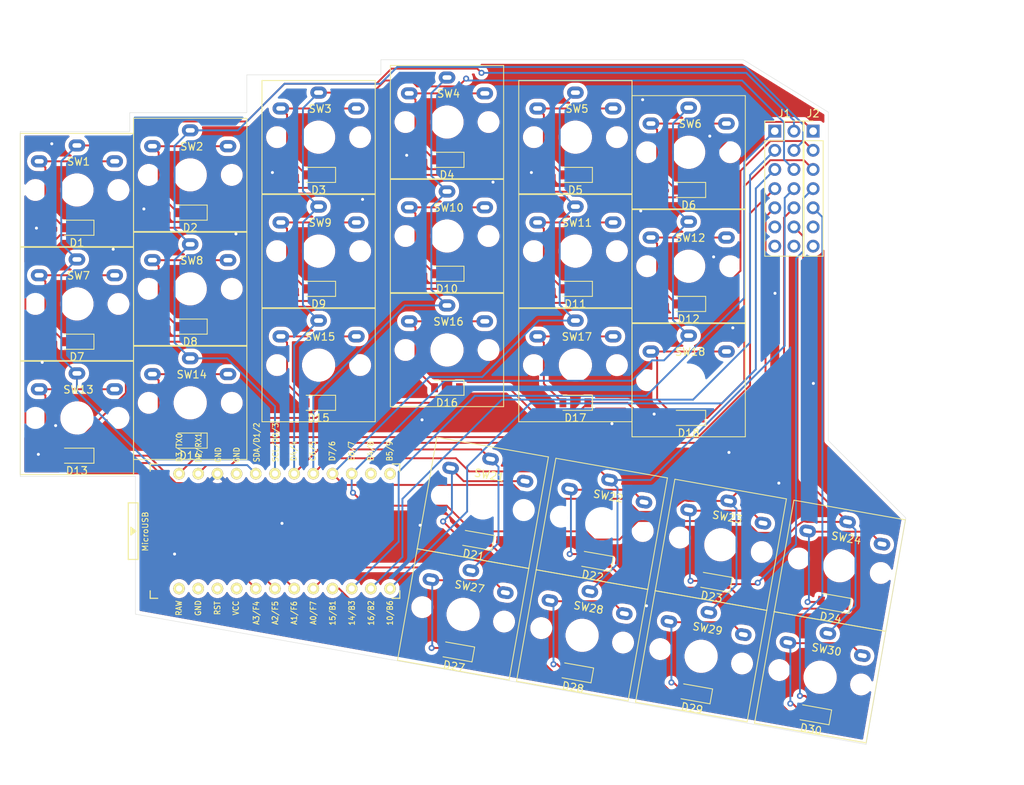
<source format=kicad_pcb>
(kicad_pcb (version 20171130) (host pcbnew "(5.1.9)-1")
  (layers (0 F.Cu signal) (31 B.Cu signal) (34 B.Paste user) (35 F.Paste user) (36 B.SilkS user) (37 F.SilkS user) (38 B.Mask user) (39 F.Mask user) (44 Edge.Cuts user))
  (net 0 "")
  (net 1 "Net-(D1-Pad2)")
  (net 2 "Net-(D2-Pad2)")
  (net 3 "Net-(D3-Pad2)")
  (net 4 "Net-(D4-Pad2)")
  (net 5 "Net-(D5-Pad2)")
  (net 6 "Net-(D6-Pad2)")
  (net 7 "Net-(D7-Pad2)")
  (net 8 "Net-(D8-Pad2)")
  (net 9 "Net-(D9-Pad2)")
  (net 10 "Net-(D10-Pad2)")
  (net 11 "Net-(D11-Pad2)")
  (net 12 "Net-(D12-Pad2)")
  (net 13 "Net-(D13-Pad2)")
  (net 14 "Net-(D14-Pad2)")
  (net 15 "Net-(D15-Pad2)")
  (net 16 "Net-(D16-Pad2)")
  (net 17 "Net-(D17-Pad2)")
  (net 18 "Net-(D18-Pad2)")
  (net 19 "Net-(D21-Pad2)")
  (net 20 "Net-(D22-Pad2)")
  (net 21 "Net-(D23-Pad2)")
  (net 22 "Net-(D24-Pad2)")
  (net 23 "Net-(D27-Pad2)")
  (net 24 "Net-(D28-Pad2)")
  (net 25 "Net-(D29-Pad2)")
  (net 26 "Net-(D30-Pad2)")
  (net 27 /a1)
  (net 28 /a2)
  (net 29 /a3)
  (net 30 /a4)
  (net 31 /a5)
  (net 32 /row1)
  (net 33 /row2)
  (net 34 /row3)
  (net 35 /row4)
  (net 36 /row5)
  (net 37 "Net-(U1-Pad24)")
  (net 38 "Net-(U1-Pad21)")
  (net 39 "Net-(U1-Pad12)")
  (net 40 "Net-(U1-Pad11)")
  (net 41 "Net-(U1-Pad4)")
  (net 42 "Net-(J1-Pad13)")
  (net 43 "Net-(J1-Pad14)")
  (net 44 /col6)
  (net 45 "Net-(J1-Pad11)")
  (net 46 /col5)
  (net 47 /col4)
  (net 48 /col3)
  (net 49 /col2)
  (net 50 /col1)
  (net 51 "Net-(U1-Pad23)")
  (net 52 "Net-(U1-Pad22)")
  (net 53 "Net-(J2-Pad6)")
  (net 54 "Net-(J2-Pad7)")
  (net 55 /gnd)
  (module kbd:choc_rev (layer F.Cu) (at 144.408127 161.360185 350)
    (fp_text reference SW30 (at 0.2 -3.75 170) (layer F.SilkS))
    (fp_text value SW_PUSH)
    (pad "" np_thru_hole circle (at 0 0 350) (size 3.4 3.4) (drill 3.4) (layers *.Cu *.Mask))
    (pad "" np_thru_hole circle (at -5.5 0 350) (size 1.9 1.9) (drill 1.9) (layers *.Cu *.Mask))
    (pad "" np_thru_hole circle (at 5.5 0 350) (size 1.9 1.9) (drill 1.9) (layers *.Cu *.Mask))
    (pad 2 thru_hole oval (at 5 -3.8 350) (size 2.2 1.6) (drill oval 1.2 0.6) (layers *.Cu *.Mask) (net 26 "Net-(D30-Pad2)"))
    (pad 2 thru_hole oval (at -5 -3.8 350) (size 2.2 1.6) (drill oval 1.2 0.6) (layers *.Cu *.Mask) (net 26 "Net-(D30-Pad2)"))
    (pad 1 thru_hole oval (at 0 -5.9 350) (size 2.2 1.6) (drill oval 1.2 0.6) (layers *.Cu *.Mask) (net 44 /col6))
  )
  (module kbd:choc_rev (layer F.Cu) (at 115.499002 141.031328 350)
    (fp_text reference SW22 (at 0.2 -3.75 170) (layer F.SilkS))
    (fp_text value SW_PUSH)
    (pad "" np_thru_hole circle (at 0 0 350) (size 3.4 3.4) (drill 3.4) (layers *.Cu *.Mask))
    (pad "" np_thru_hole circle (at -5.5 0 350) (size 1.9 1.9) (drill 1.9) (layers *.Cu *.Mask))
    (pad "" np_thru_hole circle (at 5.5 0 350) (size 1.9 1.9) (drill 1.9) (layers *.Cu *.Mask))
    (pad 2 thru_hole oval (at 5 -3.8 350) (size 2.2 1.6) (drill oval 1.2 0.6) (layers *.Cu *.Mask) (net 20 "Net-(D22-Pad2)"))
    (pad 2 thru_hole oval (at -5 -3.8 350) (size 2.2 1.6) (drill oval 1.2 0.6) (layers *.Cu *.Mask) (net 20 "Net-(D22-Pad2)"))
    (pad 1 thru_hole oval (at 0 -5.9 350) (size 2.2 1.6) (drill oval 1.2 0.6) (layers *.Cu *.Mask) (net 47 /col4))
  )
  (module kbd:choc_rev (layer F.Cu) (at 112 120)
    (fp_text reference SW17 (at 0.2 -3.75) (layer F.SilkS))
    (fp_text value SW_PUSH)
    (pad 1 thru_hole oval (at 0 -5.9) (size 2.2 1.6) (drill oval 1.2 0.6) (layers *.Cu *.Mask) (net 46 /col5))
    (pad 2 thru_hole oval (at -5 -3.8) (size 2.2 1.6) (drill oval 1.2 0.6) (layers *.Cu *.Mask) (net 17 "Net-(D17-Pad2)"))
    (pad 2 thru_hole oval (at 5 -3.8) (size 2.2 1.6) (drill oval 1.2 0.6) (layers *.Cu *.Mask) (net 17 "Net-(D17-Pad2)"))
    (pad "" np_thru_hole circle (at 5.5 0) (size 1.9 1.9) (drill 1.9) (layers *.Cu *.Mask))
    (pad "" np_thru_hole circle (at -5.5 0) (size 1.9 1.9) (drill 1.9) (layers *.Cu *.Mask))
    (pad "" np_thru_hole circle (at 0 0) (size 3.4 3.4) (drill 3.4) (layers *.Cu *.Mask))
  )
  (module Diode_SMD:D_SOD-123 (layer F.Cu) (at 146.144609 151.512107 170)
    (fp_text reference D24 (at 0 -2 170) (layer F.SilkS))
    (fp_text value 1N4148)
    (pad 1 smd rect (at -1.65 0 170) (size 0.9 1.2) (layers F.Cu F.Paste F.Mask) (net 35 /row4))
    (pad 2 smd rect (at 1.65 0 170) (size 0.9 1.2) (layers F.Cu F.Paste F.Mask) (net 22 "Net-(D24-Pad2)"))
  )
  (module kbd:choc_rev (layer F.Cu) (at 147.01285 146.588068 350)
    (fp_text reference SW24 (at 0.2 -3.75 170) (layer F.SilkS))
    (fp_text value SW_PUSH)
    (pad "" np_thru_hole circle (at 0 0 350) (size 3.4 3.4) (drill 3.4) (layers *.Cu *.Mask))
    (pad "" np_thru_hole circle (at -5.5 0 350) (size 1.9 1.9) (drill 1.9) (layers *.Cu *.Mask))
    (pad "" np_thru_hole circle (at 5.5 0 350) (size 1.9 1.9) (drill 1.9) (layers *.Cu *.Mask))
    (pad 2 thru_hole oval (at 5 -3.8 350) (size 2.2 1.6) (drill oval 1.2 0.6) (layers *.Cu *.Mask) (net 22 "Net-(D24-Pad2)"))
    (pad 2 thru_hole oval (at -5 -3.8 350) (size 2.2 1.6) (drill oval 1.2 0.6) (layers *.Cu *.Mask) (net 22 "Net-(D24-Pad2)"))
    (pad 1 thru_hole oval (at 0 -5.9 350) (size 2.2 1.6) (drill oval 1.2 0.6) (layers *.Cu *.Mask) (net 44 /col6))
  )
  (module Diode_SMD:D_SOD-123 (layer F.Cu) (at 46 101.8 180)
    (fp_text reference D1 (at 0 -2 180) (layer F.SilkS))
    (fp_text value 1N4148)
    (pad 1 smd rect (at -1.65 0 180) (size 0.9 1.2) (layers F.Cu F.Paste F.Mask) (net 32 /row1))
    (pad 2 smd rect (at 1.65 0 180) (size 0.9 1.2) (layers F.Cu F.Paste F.Mask) (net 1 "Net-(D1-Pad2)"))
  )
  (module Diode_SMD:D_SOD-123 (layer F.Cu) (at 61 99.8 180)
    (fp_text reference D2 (at 0 -2 180) (layer F.SilkS))
    (fp_text value 1N4148)
    (pad 1 smd rect (at -1.65 0 180) (size 0.9 1.2) (layers F.Cu F.Paste F.Mask) (net 32 /row1))
    (pad 2 smd rect (at 1.65 0 180) (size 0.9 1.2) (layers F.Cu F.Paste F.Mask) (net 2 "Net-(D2-Pad2)"))
  )
  (module Diode_SMD:D_SOD-123 (layer F.Cu) (at 78 94.8 180)
    (fp_text reference D3 (at 0 -2 180) (layer F.SilkS))
    (fp_text value 1N4148)
    (pad 1 smd rect (at -1.65 0 180) (size 0.9 1.2) (layers F.Cu F.Paste F.Mask) (net 32 /row1))
    (pad 2 smd rect (at 1.65 0 180) (size 0.9 1.2) (layers F.Cu F.Paste F.Mask) (net 3 "Net-(D3-Pad2)"))
  )
  (module Diode_SMD:D_SOD-123 (layer F.Cu) (at 95 92.8 180)
    (fp_text reference D4 (at 0 -2 180) (layer F.SilkS))
    (fp_text value 1N4148)
    (pad 1 smd rect (at -1.65 0 180) (size 0.9 1.2) (layers F.Cu F.Paste F.Mask) (net 32 /row1))
    (pad 2 smd rect (at 1.65 0 180) (size 0.9 1.2) (layers F.Cu F.Paste F.Mask) (net 4 "Net-(D4-Pad2)"))
  )
  (module Diode_SMD:D_SOD-123 (layer F.Cu) (at 112 94.8 180)
    (fp_text reference D5 (at 0 -2 180) (layer F.SilkS))
    (fp_text value 1N4148)
    (pad 2 smd rect (at 1.65 0 180) (size 0.9 1.2) (layers F.Cu F.Paste F.Mask) (net 5 "Net-(D5-Pad2)"))
    (pad 1 smd rect (at -1.65 0 180) (size 0.9 1.2) (layers F.Cu F.Paste F.Mask) (net 32 /row1))
  )
  (module Diode_SMD:D_SOD-123 (layer F.Cu) (at 127 96.8 180)
    (fp_text reference D6 (at 0 -2 180) (layer F.SilkS))
    (fp_text value 1N4148)
    (pad 1 smd rect (at -1.65 0 180) (size 0.9 1.2) (layers F.Cu F.Paste F.Mask) (net 32 /row1))
    (pad 2 smd rect (at 1.65 0 180) (size 0.9 1.2) (layers F.Cu F.Paste F.Mask) (net 6 "Net-(D6-Pad2)"))
  )
  (module Diode_SMD:D_SOD-123 (layer F.Cu) (at 46 116.9 180)
    (fp_text reference D7 (at 0 -2 180) (layer F.SilkS))
    (fp_text value 1N4148)
    (pad 2 smd rect (at 1.65 0 180) (size 0.9 1.2) (layers F.Cu F.Paste F.Mask) (net 7 "Net-(D7-Pad2)"))
    (pad 1 smd rect (at -1.65 0 180) (size 0.9 1.2) (layers F.Cu F.Paste F.Mask) (net 33 /row2))
  )
  (module Diode_SMD:D_SOD-123 (layer F.Cu) (at 61 114.9 180)
    (fp_text reference D8 (at 0 -2 180) (layer F.SilkS))
    (fp_text value 1N4148)
    (pad 1 smd rect (at -1.65 0 180) (size 0.9 1.2) (layers F.Cu F.Paste F.Mask) (net 33 /row2))
    (pad 2 smd rect (at 1.65 0 180) (size 0.9 1.2) (layers F.Cu F.Paste F.Mask) (net 8 "Net-(D8-Pad2)"))
  )
  (module Diode_SMD:D_SOD-123 (layer F.Cu) (at 78 109.9 180)
    (fp_text reference D9 (at 0 -2 180) (layer F.SilkS))
    (fp_text value 1N4148)
    (pad 2 smd rect (at 1.65 0 180) (size 0.9 1.2) (layers F.Cu F.Paste F.Mask) (net 9 "Net-(D9-Pad2)"))
    (pad 1 smd rect (at -1.65 0 180) (size 0.9 1.2) (layers F.Cu F.Paste F.Mask) (net 33 /row2))
  )
  (module Diode_SMD:D_SOD-123 (layer F.Cu) (at 95 107.9 180)
    (fp_text reference D10 (at 0 -2 180) (layer F.SilkS))
    (fp_text value 1N4148)
    (pad 2 smd rect (at 1.65 0 180) (size 0.9 1.2) (layers F.Cu F.Paste F.Mask) (net 10 "Net-(D10-Pad2)"))
    (pad 1 smd rect (at -1.65 0 180) (size 0.9 1.2) (layers F.Cu F.Paste F.Mask) (net 33 /row2))
  )
  (module Diode_SMD:D_SOD-123 (layer F.Cu) (at 112 109.9 180)
    (fp_text reference D11 (at 0 -2 180) (layer F.SilkS))
    (fp_text value 1N4148)
    (pad 2 smd rect (at 1.65 0 180) (size 0.9 1.2) (layers F.Cu F.Paste F.Mask) (net 11 "Net-(D11-Pad2)"))
    (pad 1 smd rect (at -1.65 0 180) (size 0.9 1.2) (layers F.Cu F.Paste F.Mask) (net 33 /row2))
  )
  (module Diode_SMD:D_SOD-123 (layer F.Cu) (at 127 111.9 180)
    (fp_text reference D12 (at 0 -2 180) (layer F.SilkS))
    (fp_text value 1N4148)
    (pad 1 smd rect (at -1.65 0 180) (size 0.9 1.2) (layers F.Cu F.Paste F.Mask) (net 33 /row2))
    (pad 2 smd rect (at 1.65 0 180) (size 0.9 1.2) (layers F.Cu F.Paste F.Mask) (net 12 "Net-(D12-Pad2)"))
  )
  (module Diode_SMD:D_SOD-123 (layer F.Cu) (at 46 132 180)
    (fp_text reference D13 (at 0 -2 180) (layer F.SilkS))
    (fp_text value 1N4148)
    (pad 2 smd rect (at 1.65 0 180) (size 0.9 1.2) (layers F.Cu F.Paste F.Mask) (net 13 "Net-(D13-Pad2)"))
    (pad 1 smd rect (at -1.65 0 180) (size 0.9 1.2) (layers F.Cu F.Paste F.Mask) (net 34 /row3))
  )
  (module Diode_SMD:D_SOD-123 (layer F.Cu) (at 61 130 180)
    (fp_text reference D14 (at 0 -2 180) (layer F.SilkS))
    (fp_text value 1N4148)
    (pad 1 smd rect (at -1.65 0 180) (size 0.9 1.2) (layers F.Cu F.Paste F.Mask) (net 34 /row3))
    (pad 2 smd rect (at 1.65 0 180) (size 0.9 1.2) (layers F.Cu F.Paste F.Mask) (net 14 "Net-(D14-Pad2)"))
  )
  (module Diode_SMD:D_SOD-123 (layer F.Cu) (at 78 125 180)
    (fp_text reference D15 (at 0 -2 180) (layer F.SilkS))
    (fp_text value 1N4148)
    (pad 1 smd rect (at -1.65 0 180) (size 0.9 1.2) (layers F.Cu F.Paste F.Mask) (net 34 /row3))
    (pad 2 smd rect (at 1.65 0 180) (size 0.9 1.2) (layers F.Cu F.Paste F.Mask) (net 15 "Net-(D15-Pad2)"))
  )
  (module Diode_SMD:D_SOD-123 (layer F.Cu) (at 95 123 180)
    (fp_text reference D16 (at 0 -2 180) (layer F.SilkS))
    (fp_text value 1N4148)
    (pad 2 smd rect (at 1.65 0 180) (size 0.9 1.2) (layers F.Cu F.Paste F.Mask) (net 16 "Net-(D16-Pad2)"))
    (pad 1 smd rect (at -1.65 0 180) (size 0.9 1.2) (layers F.Cu F.Paste F.Mask) (net 34 /row3))
  )
  (module Diode_SMD:D_SOD-123 (layer F.Cu) (at 112 125 180)
    (fp_text reference D17 (at 0 -2 180) (layer F.SilkS))
    (fp_text value 1N4148)
    (pad 2 smd rect (at 1.65 0 180) (size 0.9 1.2) (layers F.Cu F.Paste F.Mask) (net 17 "Net-(D17-Pad2)"))
    (pad 1 smd rect (at -1.65 0 180) (size 0.9 1.2) (layers F.Cu F.Paste F.Mask) (net 34 /row3))
  )
  (module Diode_SMD:D_SOD-123 (layer F.Cu) (at 127 127 180)
    (fp_text reference D18 (at 0 -2 180) (layer F.SilkS))
    (fp_text value 1N4148)
    (pad 1 smd rect (at -1.65 0 180) (size 0.9 1.2) (layers F.Cu F.Paste F.Mask) (net 34 /row3))
    (pad 2 smd rect (at 1.65 0 180) (size 0.9 1.2) (layers F.Cu F.Paste F.Mask) (net 18 "Net-(D18-Pad2)"))
  )
  (module Diode_SMD:D_SOD-123 (layer F.Cu) (at 98.873837 143.176995 170)
    (fp_text reference D21 (at 0 -2 170) (layer F.SilkS))
    (fp_text value 1N4148)
    (pad 2 smd rect (at 1.65 0 170) (size 0.9 1.2) (layers F.Cu F.Paste F.Mask) (net 19 "Net-(D21-Pad2)"))
    (pad 1 smd rect (at -1.65 0 170) (size 0.9 1.2) (layers F.Cu F.Paste F.Mask) (net 35 /row4))
  )
  (module Diode_SMD:D_SOD-123 (layer F.Cu) (at 114.630762 145.955367 170)
    (fp_text reference D22 (at 0 -2 170) (layer F.SilkS))
    (fp_text value 1N4148)
    (pad 2 smd rect (at 1.65 0 170) (size 0.9 1.2) (layers F.Cu F.Paste F.Mask) (net 20 "Net-(D22-Pad2)"))
    (pad 1 smd rect (at -1.65 0 170) (size 0.9 1.2) (layers F.Cu F.Paste F.Mask) (net 35 /row4))
  )
  (module Diode_SMD:D_SOD-123 (layer F.Cu) (at 130.387685 148.733736 170)
    (fp_text reference D23 (at 0 -2 170) (layer F.SilkS))
    (fp_text value 1N4148)
    (pad 1 smd rect (at -1.65 0 170) (size 0.9 1.2) (layers F.Cu F.Paste F.Mask) (net 35 /row4))
    (pad 2 smd rect (at 1.65 0 170) (size 0.9 1.2) (layers F.Cu F.Paste F.Mask) (net 21 "Net-(D23-Pad2)"))
  )
  (module Diode_SMD:D_SOD-123 (layer F.Cu) (at 96.269115 157.949111 170)
    (fp_text reference D27 (at 0 -2 170) (layer F.SilkS))
    (fp_text value 1N4148)
    (pad 1 smd rect (at -1.65 0 170) (size 0.9 1.2) (layers F.Cu F.Paste F.Mask) (net 36 /row5))
    (pad 2 smd rect (at 1.65 0 170) (size 0.9 1.2) (layers F.Cu F.Paste F.Mask) (net 23 "Net-(D27-Pad2)"))
  )
  (module Diode_SMD:D_SOD-123 (layer F.Cu) (at 112.026038 160.727482 170)
    (fp_text reference D28 (at 0 -2 170) (layer F.SilkS))
    (fp_text value 1N4148)
    (pad 1 smd rect (at -1.65 0 170) (size 0.9 1.2) (layers F.Cu F.Paste F.Mask) (net 36 /row5))
    (pad 2 smd rect (at 1.65 0 170) (size 0.9 1.2) (layers F.Cu F.Paste F.Mask) (net 24 "Net-(D28-Pad2)"))
  )
  (module Diode_SMD:D_SOD-123 (layer F.Cu) (at 127.782962 163.505854 170)
    (fp_text reference D29 (at 0 -2 170) (layer F.SilkS))
    (fp_text value 1N4148)
    (pad 2 smd rect (at 1.65 0 170) (size 0.9 1.2) (layers F.Cu F.Paste F.Mask) (net 25 "Net-(D29-Pad2)"))
    (pad 1 smd rect (at -1.65 0 170) (size 0.9 1.2) (layers F.Cu F.Paste F.Mask) (net 36 /row5))
  )
  (module Diode_SMD:D_SOD-123 (layer F.Cu) (at 143.539886 166.284224 170)
    (fp_text reference D30 (at 0 -2 170) (layer F.SilkS))
    (fp_text value 1N4148)
    (pad 1 smd rect (at -1.65 0 170) (size 0.9 1.2) (layers F.Cu F.Paste F.Mask) (net 36 /row5))
    (pad 2 smd rect (at 1.65 0 170) (size 0.9 1.2) (layers F.Cu F.Paste F.Mask) (net 26 "Net-(D30-Pad2)"))
  )
  (module Connector_PinHeader_2.54mm:PinHeader_2x07_P2.54mm_Vertical (layer F.Cu) (at 138.4 89)
    (fp_text reference J1 (at 1.27 -2.33) (layer F.SilkS))
    (fp_text value Conn_02x07_Odd_Even)
    (pad 1 thru_hole rect (at 0 0) (size 1.7 1.7) (drill 1) (layers *.Cu *.Mask) (net 27 /a1))
    (pad 2 thru_hole oval (at 2.54 0) (size 1.7 1.7) (drill 1) (layers *.Cu *.Mask) (net 50 /col1))
    (pad 3 thru_hole oval (at 0 2.54) (size 1.7 1.7) (drill 1) (layers *.Cu *.Mask) (net 28 /a2))
    (pad 4 thru_hole oval (at 2.54 2.54) (size 1.7 1.7) (drill 1) (layers *.Cu *.Mask) (net 49 /col2))
    (pad 5 thru_hole oval (at 0 5.08) (size 1.7 1.7) (drill 1) (layers *.Cu *.Mask) (net 29 /a3))
    (pad 6 thru_hole oval (at 2.54 5.08) (size 1.7 1.7) (drill 1) (layers *.Cu *.Mask) (net 48 /col3))
    (pad 7 thru_hole oval (at 0 7.62) (size 1.7 1.7) (drill 1) (layers *.Cu *.Mask) (net 30 /a4))
    (pad 8 thru_hole oval (at 2.54 7.62) (size 1.7 1.7) (drill 1) (layers *.Cu *.Mask) (net 47 /col4))
    (pad 9 thru_hole oval (at 0 10.16) (size 1.7 1.7) (drill 1) (layers *.Cu *.Mask) (net 31 /a5))
    (pad 10 thru_hole oval (at 2.54 10.16) (size 1.7 1.7) (drill 1) (layers *.Cu *.Mask) (net 46 /col5))
    (pad 11 thru_hole oval (at 0 12.7) (size 1.7 1.7) (drill 1) (layers *.Cu *.Mask) (net 45 "Net-(J1-Pad11)"))
    (pad 12 thru_hole oval (at 2.54 12.7) (size 1.7 1.7) (drill 1) (layers *.Cu *.Mask) (net 44 /col6))
    (pad 13 thru_hole oval (at 0 15.24) (size 1.7 1.7) (drill 1) (layers *.Cu *.Mask) (net 42 "Net-(J1-Pad13)"))
    (pad 14 thru_hole oval (at 2.54 15.24) (size 1.7 1.7) (drill 1) (layers *.Cu *.Mask) (net 43 "Net-(J1-Pad14)"))
  )
  (module Connector_PinHeader_2.54mm:PinHeader_1x07_P2.54mm_Vertical (layer F.Cu) (at 143.48 89)
    (fp_text reference J2 (at 0 -2.33) (layer F.SilkS))
    (fp_text value Conn_01x07)
    (pad 1 thru_hole rect (at 0 0) (size 1.7 1.7) (drill 1) (layers *.Cu *.Mask) (net 32 /row1))
    (pad 2 thru_hole oval (at 0 2.54) (size 1.7 1.7) (drill 1) (layers *.Cu *.Mask) (net 33 /row2))
    (pad 3 thru_hole oval (at 0 5.08) (size 1.7 1.7) (drill 1) (layers *.Cu *.Mask) (net 34 /row3))
    (pad 4 thru_hole oval (at 0 7.62) (size 1.7 1.7) (drill 1) (layers *.Cu *.Mask) (net 35 /row4))
    (pad 5 thru_hole oval (at 0 10.16) (size 1.7 1.7) (drill 1) (layers *.Cu *.Mask) (net 36 /row5))
    (pad 6 thru_hole oval (at 0 12.7) (size 1.7 1.7) (drill 1) (layers *.Cu *.Mask) (net 53 "Net-(J2-Pad6)"))
    (pad 7 thru_hole oval (at 0 15.24) (size 1.7 1.7) (drill 1) (layers *.Cu *.Mask) (net 54 "Net-(J2-Pad7)"))
  )
  (module kbd:choc_rev (layer F.Cu) (at 46 96.8)
    (fp_text reference SW1 (at 0.2 -3.75) (layer F.SilkS))
    (fp_text value SW_PUSH)
    (pad 1 thru_hole oval (at 0 -5.9) (size 2.2 1.6) (drill oval 1.2 0.6) (layers *.Cu *.Mask) (net 50 /col1))
    (pad 2 thru_hole oval (at -5 -3.8) (size 2.2 1.6) (drill oval 1.2 0.6) (layers *.Cu *.Mask) (net 1 "Net-(D1-Pad2)"))
    (pad 2 thru_hole oval (at 5 -3.8) (size 2.2 1.6) (drill oval 1.2 0.6) (layers *.Cu *.Mask) (net 1 "Net-(D1-Pad2)"))
    (pad "" np_thru_hole circle (at 5.5 0) (size 1.9 1.9) (drill 1.9) (layers *.Cu *.Mask))
    (pad "" np_thru_hole circle (at -5.5 0) (size 1.9 1.9) (drill 1.9) (layers *.Cu *.Mask))
    (pad "" np_thru_hole circle (at 0 0) (size 3.4 3.4) (drill 3.4) (layers *.Cu *.Mask))
  )
  (module kbd:choc_rev (layer F.Cu) (at 61 94.8)
    (fp_text reference SW2 (at 0.2 -3.75) (layer F.SilkS))
    (fp_text value SW_PUSH)
    (pad "" np_thru_hole circle (at 0 0) (size 3.4 3.4) (drill 3.4) (layers *.Cu *.Mask))
    (pad "" np_thru_hole circle (at -5.5 0) (size 1.9 1.9) (drill 1.9) (layers *.Cu *.Mask))
    (pad "" np_thru_hole circle (at 5.5 0) (size 1.9 1.9) (drill 1.9) (layers *.Cu *.Mask))
    (pad 2 thru_hole oval (at 5 -3.8) (size 2.2 1.6) (drill oval 1.2 0.6) (layers *.Cu *.Mask) (net 2 "Net-(D2-Pad2)"))
    (pad 2 thru_hole oval (at -5 -3.8) (size 2.2 1.6) (drill oval 1.2 0.6) (layers *.Cu *.Mask) (net 2 "Net-(D2-Pad2)"))
    (pad 1 thru_hole oval (at 0 -5.9) (size 2.2 1.6) (drill oval 1.2 0.6) (layers *.Cu *.Mask) (net 49 /col2))
  )
  (module kbd:choc_rev (layer F.Cu) (at 78 89.8)
    (fp_text reference SW3 (at 0.2 -3.75) (layer F.SilkS))
    (fp_text value SW_PUSH)
    (pad 1 thru_hole oval (at 0 -5.9) (size 2.2 1.6) (drill oval 1.2 0.6) (layers *.Cu *.Mask) (net 48 /col3))
    (pad 2 thru_hole oval (at -5 -3.8) (size 2.2 1.6) (drill oval 1.2 0.6) (layers *.Cu *.Mask) (net 3 "Net-(D3-Pad2)"))
    (pad 2 thru_hole oval (at 5 -3.8) (size 2.2 1.6) (drill oval 1.2 0.6) (layers *.Cu *.Mask) (net 3 "Net-(D3-Pad2)"))
    (pad "" np_thru_hole circle (at 5.5 0) (size 1.9 1.9) (drill 1.9) (layers *.Cu *.Mask))
    (pad "" np_thru_hole circle (at -5.5 0) (size 1.9 1.9) (drill 1.9) (layers *.Cu *.Mask))
    (pad "" np_thru_hole circle (at 0 0) (size 3.4 3.4) (drill 3.4) (layers *.Cu *.Mask))
  )
  (module kbd:choc_rev (layer F.Cu) (at 95 87.8)
    (fp_text reference SW4 (at 0.2 -3.75) (layer F.SilkS))
    (fp_text value SW_PUSH)
    (pad 1 thru_hole oval (at 0 -5.9) (size 2.2 1.6) (drill oval 1.2 0.6) (layers *.Cu *.Mask) (net 47 /col4))
    (pad 2 thru_hole oval (at -5 -3.8) (size 2.2 1.6) (drill oval 1.2 0.6) (layers *.Cu *.Mask) (net 4 "Net-(D4-Pad2)"))
    (pad 2 thru_hole oval (at 5 -3.8) (size 2.2 1.6) (drill oval 1.2 0.6) (layers *.Cu *.Mask) (net 4 "Net-(D4-Pad2)"))
    (pad "" np_thru_hole circle (at 5.5 0) (size 1.9 1.9) (drill 1.9) (layers *.Cu *.Mask))
    (pad "" np_thru_hole circle (at -5.5 0) (size 1.9 1.9) (drill 1.9) (layers *.Cu *.Mask))
    (pad "" np_thru_hole circle (at 0 0) (size 3.4 3.4) (drill 3.4) (layers *.Cu *.Mask))
  )
  (module kbd:choc_rev (layer F.Cu) (at 112 89.8)
    (fp_text reference SW5 (at 0.2 -3.75) (layer F.SilkS))
    (fp_text value SW_PUSH)
    (pad "" np_thru_hole circle (at 0 0) (size 3.4 3.4) (drill 3.4) (layers *.Cu *.Mask))
    (pad "" np_thru_hole circle (at -5.5 0) (size 1.9 1.9) (drill 1.9) (layers *.Cu *.Mask))
    (pad "" np_thru_hole circle (at 5.5 0) (size 1.9 1.9) (drill 1.9) (layers *.Cu *.Mask))
    (pad 2 thru_hole oval (at 5 -3.8) (size 2.2 1.6) (drill oval 1.2 0.6) (layers *.Cu *.Mask) (net 5 "Net-(D5-Pad2)"))
    (pad 2 thru_hole oval (at -5 -3.8) (size 2.2 1.6) (drill oval 1.2 0.6) (layers *.Cu *.Mask) (net 5 "Net-(D5-Pad2)"))
    (pad 1 thru_hole oval (at 0 -5.9) (size 2.2 1.6) (drill oval 1.2 0.6) (layers *.Cu *.Mask) (net 46 /col5))
  )
  (module kbd:choc_rev (layer F.Cu) (at 127 91.8)
    (fp_text reference SW6 (at 0.2 -3.75) (layer F.SilkS))
    (fp_text value SW_PUSH)
    (pad "" np_thru_hole circle (at 0 0) (size 3.4 3.4) (drill 3.4) (layers *.Cu *.Mask))
    (pad "" np_thru_hole circle (at -5.5 0) (size 1.9 1.9) (drill 1.9) (layers *.Cu *.Mask))
    (pad "" np_thru_hole circle (at 5.5 0) (size 1.9 1.9) (drill 1.9) (layers *.Cu *.Mask))
    (pad 2 thru_hole oval (at 5 -3.8) (size 2.2 1.6) (drill oval 1.2 0.6) (layers *.Cu *.Mask) (net 6 "Net-(D6-Pad2)"))
    (pad 2 thru_hole oval (at -5 -3.8) (size 2.2 1.6) (drill oval 1.2 0.6) (layers *.Cu *.Mask) (net 6 "Net-(D6-Pad2)"))
    (pad 1 thru_hole oval (at 0 -5.9) (size 2.2 1.6) (drill oval 1.2 0.6) (layers *.Cu *.Mask) (net 44 /col6))
  )
  (module kbd:choc_rev (layer F.Cu) (at 46 111.9)
    (fp_text reference SW7 (at 0.2 -3.75) (layer F.SilkS))
    (fp_text value SW_PUSH)
    (pad 1 thru_hole oval (at 0 -5.9) (size 2.2 1.6) (drill oval 1.2 0.6) (layers *.Cu *.Mask) (net 50 /col1))
    (pad 2 thru_hole oval (at -5 -3.8) (size 2.2 1.6) (drill oval 1.2 0.6) (layers *.Cu *.Mask) (net 7 "Net-(D7-Pad2)"))
    (pad 2 thru_hole oval (at 5 -3.8) (size 2.2 1.6) (drill oval 1.2 0.6) (layers *.Cu *.Mask) (net 7 "Net-(D7-Pad2)"))
    (pad "" np_thru_hole circle (at 5.5 0) (size 1.9 1.9) (drill 1.9) (layers *.Cu *.Mask))
    (pad "" np_thru_hole circle (at -5.5 0) (size 1.9 1.9) (drill 1.9) (layers *.Cu *.Mask))
    (pad "" np_thru_hole circle (at 0 0) (size 3.4 3.4) (drill 3.4) (layers *.Cu *.Mask))
  )
  (module kbd:choc_rev (layer F.Cu) (at 61 109.9)
    (fp_text reference SW8 (at 0.2 -3.75) (layer F.SilkS))
    (fp_text value SW_PUSH)
    (pad 1 thru_hole oval (at 0 -5.9) (size 2.2 1.6) (drill oval 1.2 0.6) (layers *.Cu *.Mask) (net 49 /col2))
    (pad 2 thru_hole oval (at -5 -3.8) (size 2.2 1.6) (drill oval 1.2 0.6) (layers *.Cu *.Mask) (net 8 "Net-(D8-Pad2)"))
    (pad 2 thru_hole oval (at 5 -3.8) (size 2.2 1.6) (drill oval 1.2 0.6) (layers *.Cu *.Mask) (net 8 "Net-(D8-Pad2)"))
    (pad "" np_thru_hole circle (at 5.5 0) (size 1.9 1.9) (drill 1.9) (layers *.Cu *.Mask))
    (pad "" np_thru_hole circle (at -5.5 0) (size 1.9 1.9) (drill 1.9) (layers *.Cu *.Mask))
    (pad "" np_thru_hole circle (at 0 0) (size 3.4 3.4) (drill 3.4) (layers *.Cu *.Mask))
  )
  (module kbd:choc_rev (layer F.Cu) (at 78 104.9)
    (fp_text reference SW9 (at 0.2 -3.75) (layer F.SilkS))
    (fp_text value SW_PUSH)
    (pad "" np_thru_hole circle (at 0 0) (size 3.4 3.4) (drill 3.4) (layers *.Cu *.Mask))
    (pad "" np_thru_hole circle (at -5.5 0) (size 1.9 1.9) (drill 1.9) (layers *.Cu *.Mask))
    (pad "" np_thru_hole circle (at 5.5 0) (size 1.9 1.9) (drill 1.9) (layers *.Cu *.Mask))
    (pad 2 thru_hole oval (at 5 -3.8) (size 2.2 1.6) (drill oval 1.2 0.6) (layers *.Cu *.Mask) (net 9 "Net-(D9-Pad2)"))
    (pad 2 thru_hole oval (at -5 -3.8) (size 2.2 1.6) (drill oval 1.2 0.6) (layers *.Cu *.Mask) (net 9 "Net-(D9-Pad2)"))
    (pad 1 thru_hole oval (at 0 -5.9) (size 2.2 1.6) (drill oval 1.2 0.6) (layers *.Cu *.Mask) (net 48 /col3))
  )
  (module kbd:choc_rev (layer F.Cu) (at 95 102.9)
    (fp_text reference SW10 (at 0.2 -3.75) (layer F.SilkS))
    (fp_text value SW_PUSH)
    (pad 1 thru_hole oval (at 0 -5.9) (size 2.2 1.6) (drill oval 1.2 0.6) (layers *.Cu *.Mask) (net 47 /col4))
    (pad 2 thru_hole oval (at -5 -3.8) (size 2.2 1.6) (drill oval 1.2 0.6) (layers *.Cu *.Mask) (net 10 "Net-(D10-Pad2)"))
    (pad 2 thru_hole oval (at 5 -3.8) (size 2.2 1.6) (drill oval 1.2 0.6) (layers *.Cu *.Mask) (net 10 "Net-(D10-Pad2)"))
    (pad "" np_thru_hole circle (at 5.5 0) (size 1.9 1.9) (drill 1.9) (layers *.Cu *.Mask))
    (pad "" np_thru_hole circle (at -5.5 0) (size 1.9 1.9) (drill 1.9) (layers *.Cu *.Mask))
    (pad "" np_thru_hole circle (at 0 0) (size 3.4 3.4) (drill 3.4) (layers *.Cu *.Mask))
  )
  (module kbd:choc_rev (layer F.Cu) (at 112 104.9)
    (fp_text reference SW11 (at 0.2 -3.75) (layer F.SilkS))
    (fp_text value SW_PUSH)
    (pad "" np_thru_hole circle (at 0 0) (size 3.4 3.4) (drill 3.4) (layers *.Cu *.Mask))
    (pad "" np_thru_hole circle (at -5.5 0) (size 1.9 1.9) (drill 1.9) (layers *.Cu *.Mask))
    (pad "" np_thru_hole circle (at 5.5 0) (size 1.9 1.9) (drill 1.9) (layers *.Cu *.Mask))
    (pad 2 thru_hole oval (at 5 -3.8) (size 2.2 1.6) (drill oval 1.2 0.6) (layers *.Cu *.Mask) (net 11 "Net-(D11-Pad2)"))
    (pad 2 thru_hole oval (at -5 -3.8) (size 2.2 1.6) (drill oval 1.2 0.6) (layers *.Cu *.Mask) (net 11 "Net-(D11-Pad2)"))
    (pad 1 thru_hole oval (at 0 -5.9) (size 2.2 1.6) (drill oval 1.2 0.6) (layers *.Cu *.Mask) (net 46 /col5))
  )
  (module kbd:choc_rev (layer F.Cu) (at 127 106.9)
    (fp_text reference SW12 (at 0.2 -3.75) (layer F.SilkS))
    (fp_text value SW_PUSH)
    (pad 1 thru_hole oval (at 0 -5.9) (size 2.2 1.6) (drill oval 1.2 0.6) (layers *.Cu *.Mask) (net 44 /col6))
    (pad 2 thru_hole oval (at -5 -3.8) (size 2.2 1.6) (drill oval 1.2 0.6) (layers *.Cu *.Mask) (net 12 "Net-(D12-Pad2)"))
    (pad 2 thru_hole oval (at 5 -3.8) (size 2.2 1.6) (drill oval 1.2 0.6) (layers *.Cu *.Mask) (net 12 "Net-(D12-Pad2)"))
    (pad "" np_thru_hole circle (at 5.5 0) (size 1.9 1.9) (drill 1.9) (layers *.Cu *.Mask))
    (pad "" np_thru_hole circle (at -5.5 0) (size 1.9 1.9) (drill 1.9) (layers *.Cu *.Mask))
    (pad "" np_thru_hole circle (at 0 0) (size 3.4 3.4) (drill 3.4) (layers *.Cu *.Mask))
  )
  (module kbd:choc_rev (layer F.Cu) (at 46 127)
    (fp_text reference SW13 (at 0.2 -3.75) (layer F.SilkS))
    (fp_text value SW_PUSH)
    (pad 1 thru_hole oval (at 0 -5.9) (size 2.2 1.6) (drill oval 1.2 0.6) (layers *.Cu *.Mask) (net 50 /col1))
    (pad 2 thru_hole oval (at -5 -3.8) (size 2.2 1.6) (drill oval 1.2 0.6) (layers *.Cu *.Mask) (net 13 "Net-(D13-Pad2)"))
    (pad 2 thru_hole oval (at 5 -3.8) (size 2.2 1.6) (drill oval 1.2 0.6) (layers *.Cu *.Mask) (net 13 "Net-(D13-Pad2)"))
    (pad "" np_thru_hole circle (at 5.5 0) (size 1.9 1.9) (drill 1.9) (layers *.Cu *.Mask))
    (pad "" np_thru_hole circle (at -5.5 0) (size 1.9 1.9) (drill 1.9) (layers *.Cu *.Mask))
    (pad "" np_thru_hole circle (at 0 0) (size 3.4 3.4) (drill 3.4) (layers *.Cu *.Mask))
  )
  (module kbd:choc_rev (layer F.Cu) (at 61 125)
    (fp_text reference SW14 (at 0.2 -3.75) (layer F.SilkS))
    (fp_text value SW_PUSH)
    (pad "" np_thru_hole circle (at 0 0) (size 3.4 3.4) (drill 3.4) (layers *.Cu *.Mask))
    (pad "" np_thru_hole circle (at -5.5 0) (size 1.9 1.9) (drill 1.9) (layers *.Cu *.Mask))
    (pad "" np_thru_hole circle (at 5.5 0) (size 1.9 1.9) (drill 1.9) (layers *.Cu *.Mask))
    (pad 2 thru_hole oval (at 5 -3.8) (size 2.2 1.6) (drill oval 1.2 0.6) (layers *.Cu *.Mask) (net 14 "Net-(D14-Pad2)"))
    (pad 2 thru_hole oval (at -5 -3.8) (size 2.2 1.6) (drill oval 1.2 0.6) (layers *.Cu *.Mask) (net 14 "Net-(D14-Pad2)"))
    (pad 1 thru_hole oval (at 0 -5.9) (size 2.2 1.6) (drill oval 1.2 0.6) (layers *.Cu *.Mask) (net 49 /col2))
  )
  (module kbd:choc_rev (layer F.Cu) (at 78 120)
    (fp_text reference SW15 (at 0.2 -3.75) (layer F.SilkS))
    (fp_text value SW_PUSH)
    (pad 1 thru_hole oval (at 0 -5.9) (size 2.2 1.6) (drill oval 1.2 0.6) (layers *.Cu *.Mask) (net 48 /col3))
    (pad 2 thru_hole oval (at -5 -3.8) (size 2.2 1.6) (drill oval 1.2 0.6) (layers *.Cu *.Mask) (net 15 "Net-(D15-Pad2)"))
    (pad 2 thru_hole oval (at 5 -3.8) (size 2.2 1.6) (drill oval 1.2 0.6) (layers *.Cu *.Mask) (net 15 "Net-(D15-Pad2)"))
    (pad "" np_thru_hole circle (at 5.5 0) (size 1.9 1.9) (drill 1.9) (layers *.Cu *.Mask))
    (pad "" np_thru_hole circle (at -5.5 0) (size 1.9 1.9) (drill 1.9) (layers *.Cu *.Mask))
    (pad "" np_thru_hole circle (at 0 0) (size 3.4 3.4) (drill 3.4) (layers *.Cu *.Mask))
  )
  (module kbd:choc_rev (layer F.Cu) (at 95 118)
    (fp_text reference SW16 (at 0.2 -3.75) (layer F.SilkS))
    (fp_text value SW_PUSH)
    (pad "" np_thru_hole circle (at 0 0) (size 3.4 3.4) (drill 3.4) (layers *.Cu *.Mask))
    (pad "" np_thru_hole circle (at -5.5 0) (size 1.9 1.9) (drill 1.9) (layers *.Cu *.Mask))
    (pad "" np_thru_hole circle (at 5.5 0) (size 1.9 1.9) (drill 1.9) (layers *.Cu *.Mask))
    (pad 2 thru_hole oval (at 5 -3.8) (size 2.2 1.6) (drill oval 1.2 0.6) (layers *.Cu *.Mask) (net 16 "Net-(D16-Pad2)"))
    (pad 2 thru_hole oval (at -5 -3.8) (size 2.2 1.6) (drill oval 1.2 0.6) (layers *.Cu *.Mask) (net 16 "Net-(D16-Pad2)"))
    (pad 1 thru_hole oval (at 0 -5.9) (size 2.2 1.6) (drill oval 1.2 0.6) (layers *.Cu *.Mask) (net 47 /col4))
  )
  (module kbd:choc_rev (layer F.Cu) (at 127 122)
    (fp_text reference SW18 (at 0.2 -3.75) (layer F.SilkS))
    (fp_text value SW_PUSH)
    (pad 1 thru_hole oval (at 0 -5.9) (size 2.2 1.6) (drill oval 1.2 0.6) (layers *.Cu *.Mask) (net 44 /col6))
    (pad 2 thru_hole oval (at -5 -3.8) (size 2.2 1.6) (drill oval 1.2 0.6) (layers *.Cu *.Mask) (net 18 "Net-(D18-Pad2)"))
    (pad 2 thru_hole oval (at 5 -3.8) (size 2.2 1.6) (drill oval 1.2 0.6) (layers *.Cu *.Mask) (net 18 "Net-(D18-Pad2)"))
    (pad "" np_thru_hole circle (at 5.5 0) (size 1.9 1.9) (drill 1.9) (layers *.Cu *.Mask))
    (pad "" np_thru_hole circle (at -5.5 0) (size 1.9 1.9) (drill 1.9) (layers *.Cu *.Mask))
    (pad "" np_thru_hole circle (at 0 0) (size 3.4 3.4) (drill 3.4) (layers *.Cu *.Mask))
  )
  (module kbd:choc_rev (layer F.Cu) (at 99.742078 138.252956 350)
    (fp_text reference SW21 (at 0.2 -3.75 170) (layer F.SilkS))
    (fp_text value SW_PUSH)
    (pad 1 thru_hole oval (at 0 -5.9 350) (size 2.2 1.6) (drill oval 1.2 0.6) (layers *.Cu *.Mask) (net 48 /col3))
    (pad 2 thru_hole oval (at -5 -3.8 350) (size 2.2 1.6) (drill oval 1.2 0.6) (layers *.Cu *.Mask) (net 19 "Net-(D21-Pad2)"))
    (pad 2 thru_hole oval (at 5 -3.8 350) (size 2.2 1.6) (drill oval 1.2 0.6) (layers *.Cu *.Mask) (net 19 "Net-(D21-Pad2)"))
    (pad "" np_thru_hole circle (at 5.5 0 350) (size 1.9 1.9) (drill 1.9) (layers *.Cu *.Mask))
    (pad "" np_thru_hole circle (at -5.5 0 350) (size 1.9 1.9) (drill 1.9) (layers *.Cu *.Mask))
    (pad "" np_thru_hole circle (at 0 0 350) (size 3.4 3.4) (drill 3.4) (layers *.Cu *.Mask))
  )
  (module kbd:choc_rev (layer F.Cu) (at 131.255926 143.809698 350)
    (fp_text reference SW23 (at 0.2 -3.75 170) (layer F.SilkS))
    (fp_text value SW_PUSH)
    (pad 1 thru_hole oval (at 0 -5.9 350) (size 2.2 1.6) (drill oval 1.2 0.6) (layers *.Cu *.Mask) (net 46 /col5))
    (pad 2 thru_hole oval (at -5 -3.8 350) (size 2.2 1.6) (drill oval 1.2 0.6) (layers *.Cu *.Mask) (net 21 "Net-(D23-Pad2)"))
    (pad 2 thru_hole oval (at 5 -3.8 350) (size 2.2 1.6) (drill oval 1.2 0.6) (layers *.Cu *.Mask) (net 21 "Net-(D23-Pad2)"))
    (pad "" np_thru_hole circle (at 5.5 0 350) (size 1.9 1.9) (drill 1.9) (layers *.Cu *.Mask))
    (pad "" np_thru_hole circle (at -5.5 0 350) (size 1.9 1.9) (drill 1.9) (layers *.Cu *.Mask))
    (pad "" np_thru_hole circle (at 0 0 350) (size 3.4 3.4) (drill 3.4) (layers *.Cu *.Mask))
  )
  (module kbd:choc_rev (layer F.Cu) (at 97.137355 153.025072 350)
    (fp_text reference SW27 (at 0.2 -3.75 170) (layer F.SilkS))
    (fp_text value SW_PUSH)
    (pad 1 thru_hole oval (at 0 -5.9 350) (size 2.2 1.6) (drill oval 1.2 0.6) (layers *.Cu *.Mask) (net 48 /col3))
    (pad 2 thru_hole oval (at -5 -3.8 350) (size 2.2 1.6) (drill oval 1.2 0.6) (layers *.Cu *.Mask) (net 23 "Net-(D27-Pad2)"))
    (pad 2 thru_hole oval (at 5 -3.8 350) (size 2.2 1.6) (drill oval 1.2 0.6) (layers *.Cu *.Mask) (net 23 "Net-(D27-Pad2)"))
    (pad "" np_thru_hole circle (at 5.5 0 350) (size 1.9 1.9) (drill 1.9) (layers *.Cu *.Mask))
    (pad "" np_thru_hole circle (at -5.5 0 350) (size 1.9 1.9) (drill 1.9) (layers *.Cu *.Mask))
    (pad "" np_thru_hole circle (at 0 0 350) (size 3.4 3.4) (drill 3.4) (layers *.Cu *.Mask))
  )
  (module kbd:choc_rev (layer F.Cu) (at 112.89428 155.803443 350)
    (fp_text reference SW28 (at 0.2 -3.75 170) (layer F.SilkS))
    (fp_text value SW_PUSH)
    (pad "" np_thru_hole circle (at 0 0 350) (size 3.4 3.4) (drill 3.4) (layers *.Cu *.Mask))
    (pad "" np_thru_hole circle (at -5.5 0 350) (size 1.9 1.9) (drill 1.9) (layers *.Cu *.Mask))
    (pad "" np_thru_hole circle (at 5.5 0 350) (size 1.9 1.9) (drill 1.9) (layers *.Cu *.Mask))
    (pad 2 thru_hole oval (at 5 -3.8 350) (size 2.2 1.6) (drill oval 1.2 0.6) (layers *.Cu *.Mask) (net 24 "Net-(D28-Pad2)"))
    (pad 2 thru_hole oval (at -5 -3.8 350) (size 2.2 1.6) (drill oval 1.2 0.6) (layers *.Cu *.Mask) (net 24 "Net-(D28-Pad2)"))
    (pad 1 thru_hole oval (at 0 -5.9 350) (size 2.2 1.6) (drill oval 1.2 0.6) (layers *.Cu *.Mask) (net 47 /col4))
  )
  (module kbd:choc_rev (layer F.Cu) (at 128.651203 158.581814 350)
    (fp_text reference SW29 (at 0.2 -3.75 170) (layer F.SilkS))
    (fp_text value SW_PUSH)
    (pad 1 thru_hole oval (at 0 -5.9 350) (size 2.2 1.6) (drill oval 1.2 0.6) (layers *.Cu *.Mask) (net 46 /col5))
    (pad 2 thru_hole oval (at -5 -3.8 350) (size 2.2 1.6) (drill oval 1.2 0.6) (layers *.Cu *.Mask) (net 25 "Net-(D29-Pad2)"))
    (pad 2 thru_hole oval (at 5 -3.8 350) (size 2.2 1.6) (drill oval 1.2 0.6) (layers *.Cu *.Mask) (net 25 "Net-(D29-Pad2)"))
    (pad "" np_thru_hole circle (at 5.5 0 350) (size 1.9 1.9) (drill 1.9) (layers *.Cu *.Mask))
    (pad "" np_thru_hole circle (at -5.5 0 350) (size 1.9 1.9) (drill 1.9) (layers *.Cu *.Mask))
    (pad "" np_thru_hole circle (at 0 0 350) (size 3.4 3.4) (drill 3.4) (layers *.Cu *.Mask))
  )
  (module kbd:ProMicro_v3.5 (layer F.Cu) (at 74 142 90)
    (fp_text reference U1 hide)
    (fp_text value ProMicro_r hide)
    (fp_text user MicroUSB (at -0.05 -18.95 90) (layer F.SilkS) (effects (font (size 0.75 0.75) (thickness 0.12))))
    (fp_text user B4/8 (at 10.605 10.9 90 unlocked) (layer F.SilkS) (effects (font (size 0.75 0.67) (thickness 0.125))))
    (fp_text user D2/RX1 (at 11.055 -11.9 90 unlocked) (layer F.SilkS) (effects (font (size 0.75 0.67) (thickness 0.125))))
    (fp_text user B5/9 (at 10.605 13.4 90 unlocked) (layer F.SilkS) (effects (font (size 0.75 0.67) (thickness 0.125))))
    (fp_text user C6/5 (at 10.605 3.25 90 unlocked) (layer F.SilkS) (effects (font (size 0.75 0.67) (thickness 0.125))))
    (fp_text user SCL/D0/3 (at 11.755 -1.7 90 unlocked) (layer F.SilkS) (effects (font (size 0.75 0.67) (thickness 0.125))))
    (fp_text user SDA/D1/2 (at 11.755 -4.2 90 unlocked) (layer F.SilkS) (effects (font (size 0.75 0.67) (thickness 0.125))))
    (fp_text user D4/4 (at 10.605 0.7 90 unlocked) (layer F.SilkS) (effects (font (size 0.75 0.67) (thickness 0.125))))
    (fp_text user D3/TX0 (at 11.055 -14.45 90 unlocked) (layer F.SilkS) (effects (font (size 0.75 0.67) (thickness 0.125))))
    (fp_text user GND (at 10.105 -6.85 90 unlocked) (layer F.SilkS) (effects (font (size 0.75 0.67) (thickness 0.125))))
    (fp_text user GND (at 10.105 -9.3 90 unlocked) (layer F.SilkS) (effects (font (size 0.75 0.67) (thickness 0.125))))
    (fp_text user D7/6 (at 10.605 5.8 90 unlocked) (layer F.SilkS) (effects (font (size 0.75 0.67) (thickness 0.125))))
    (fp_text user E6/7 (at 10.605 8.35 90 unlocked) (layer F.SilkS) (effects (font (size 0.75 0.67) (thickness 0.125))))
    (fp_text user 16/B2 (at -10.845 10.95 90 unlocked) (layer F.SilkS) (effects (font (size 0.75 0.67) (thickness 0.125))))
    (fp_text user 10/B6 (at -10.845 13.45 90 unlocked) (layer F.SilkS) (effects (font (size 0.75 0.67) (thickness 0.125))))
    (fp_text user 14/B3 (at -10.845 8.4 90 unlocked) (layer F.SilkS) (effects (font (size 0.75 0.67) (thickness 0.125))))
    (fp_text user 15/B1 (at -10.845 5.85 90 unlocked) (layer F.SilkS) (effects (font (size 0.75 0.67) (thickness 0.125))))
    (fp_text user A0/F7 (at -10.845 3.3 90 unlocked) (layer F.SilkS) (effects (font (size 0.75 0.67) (thickness 0.125))))
    (fp_text user A1/F6 (at -10.845 0.75 90 unlocked) (layer F.SilkS) (effects (font (size 0.75 0.67) (thickness 0.125))))
    (fp_text user A2/F5 (at -10.845 -1.75 90 unlocked) (layer F.SilkS) (effects (font (size 0.75 0.67) (thickness 0.125))))
    (fp_text user A3/F4 (at -10.845 -4.25 90 unlocked) (layer F.SilkS) (effects (font (size 0.75 0.67) (thickness 0.125))))
    (fp_text user VCC (at -10.195 -6.95 90 unlocked) (layer F.SilkS) (effects (font (size 0.75 0.67) (thickness 0.125))))
    (fp_text user RST (at -10.195 -9.4 90 unlocked) (layer F.SilkS) (effects (font (size 0.75 0.67) (thickness 0.125))))
    (fp_text user GND (at -10.195 -11.95 90 unlocked) (layer F.SilkS) (effects (font (size 0.75 0.67) (thickness 0.125))))
    (fp_text user RAW (at -10.195 -14.5 90 unlocked) (layer F.SilkS) (effects (font (size 0.75 0.67) (thickness 0.125))))
    (fp_text user "" (at -0.545 -17.4 90) (layer F.SilkS))
    (fp_text user "" (at -1.2515 -16.256 90) (layer B.SilkS) (effects (justify mirror)))
    (pad 1 thru_hole circle (at 7.6114 -14.478 90) (size 1.524 1.524) (drill 0.8128) (layers *.Cu F.SilkS B.Mask) (net 30 /a4))
    (pad 2 thru_hole circle (at 7.6114 -11.938 90) (size 1.524 1.524) (drill 0.8128) (layers *.Cu F.SilkS B.Mask) (net 31 /a5))
    (pad 3 thru_hole circle (at 7.6114 -9.398 90) (size 1.524 1.524) (drill 0.8128) (layers *.Cu F.SilkS B.Mask) (net 55 /gnd))
    (pad 4 thru_hole circle (at 7.6114 -6.858 90) (size 1.524 1.524) (drill 0.8128) (layers *.Cu F.SilkS B.Mask) (net 41 "Net-(U1-Pad4)"))
    (pad 5 thru_hole circle (at 7.6114 -4.318 90) (size 1.524 1.524) (drill 0.8128) (layers *.Cu F.SilkS B.Mask) (net 50 /col1))
    (pad 6 thru_hole circle (at 7.6114 -1.778 90) (size 1.524 1.524) (drill 0.8128) (layers *.Cu F.SilkS B.Mask) (net 49 /col2))
    (pad 7 thru_hole circle (at 7.6114 0.762 90) (size 1.524 1.524) (drill 0.8128) (layers *.Cu F.SilkS B.Mask) (net 48 /col3))
    (pad 8 thru_hole circle (at 7.6114 3.302 90) (size 1.524 1.524) (drill 0.8128) (layers *.Cu F.SilkS B.Mask) (net 47 /col4))
    (pad 9 thru_hole circle (at 7.6114 5.842 90) (size 1.524 1.524) (drill 0.8128) (layers *.Cu F.SilkS B.Mask) (net 46 /col5))
    (pad 10 thru_hole circle (at 7.6114 8.382 90) (size 1.524 1.524) (drill 0.8128) (layers *.Cu F.SilkS B.Mask) (net 44 /col6))
    (pad 11 thru_hole circle (at 7.6114 10.922 90) (size 1.524 1.524) (drill 0.8128) (layers *.Cu F.SilkS B.Mask) (net 40 "Net-(U1-Pad11)"))
    (pad 12 thru_hole circle (at 7.6114 13.462 90) (size 1.524 1.524) (drill 0.8128) (layers *.Cu F.SilkS B.Mask) (net 39 "Net-(U1-Pad12)"))
    (pad 13 thru_hole circle (at -7.6086 13.462 90) (size 1.524 1.524) (drill 0.8128) (layers *.Cu F.SilkS B.Mask) (net 29 /a3))
    (pad 14 thru_hole circle (at -7.6086 10.922 90) (size 1.524 1.524) (drill 0.8128) (layers *.Cu F.SilkS B.Mask) (net 28 /a2))
    (pad 15 thru_hole circle (at -7.6086 8.382 90) (size 1.524 1.524) (drill 0.8128) (layers *.Cu F.SilkS B.Mask) (net 27 /a1))
    (pad 16 thru_hole circle (at -7.6086 5.842 90) (size 1.524 1.524) (drill 0.8128) (layers *.Cu F.SilkS B.Mask) (net 36 /row5))
    (pad 17 thru_hole circle (at -7.6086 3.302 90) (size 1.524 1.524) (drill 0.8128) (layers *.Cu F.SilkS B.Mask) (net 35 /row4))
    (pad 18 thru_hole circle (at -7.6086 0.762 90) (size 1.524 1.524) (drill 0.8128) (layers *.Cu F.SilkS B.Mask) (net 34 /row3))
    (pad 19 thru_hole circle (at -7.6086 -1.778 90) (size 1.524 1.524) (drill 0.8128) (layers *.Cu F.SilkS B.Mask) (net 33 /row2))
    (pad 20 thru_hole circle (at -7.6086 -4.318 90) (size 1.524 1.524) (drill 0.8128) (layers *.Cu F.SilkS B.Mask) (net 32 /row1))
    (pad 21 thru_hole circle (at -7.6086 -6.858 90) (size 1.524 1.524) (drill 0.8128) (layers *.Cu F.SilkS B.Mask) (net 38 "Net-(U1-Pad21)"))
    (pad 22 thru_hole circle (at -7.6086 -9.398 90) (size 1.524 1.524) (drill 0.8128) (layers *.Cu F.SilkS B.Mask) (net 52 "Net-(U1-Pad22)"))
    (pad 23 thru_hole circle (at -7.6086 -11.938 90) (size 1.524 1.524) (drill 0.8128) (layers *.Cu F.SilkS B.Mask) (net 51 "Net-(U1-Pad23)"))
    (pad 24 thru_hole circle (at -7.6086 -14.478 90) (size 1.524 1.524) (drill 0.8128) (layers *.Cu F.SilkS B.Mask) (net 37 "Net-(U1-Pad24)"))
  )
  (gr_line (start 38.5 89.05) (end 38.5 89.5) (layer Edge.Cuts) (width 0.05))
  (gr_line (start 53 89.05) (end 38.5 89.05) (layer Edge.Cuts) (width 0.05))
  (gr_line (start 53 86.55) (end 53 89.05) (layer Edge.Cuts) (width 0.05))
  (gr_line (start 68.5 86.55) (end 53 86.55) (layer Edge.Cuts) (width 0.05))
  (gr_line (start 68.5 81.55) (end 68.5 86.55) (layer Edge.Cuts) (width 0.05))
  (gr_line (start 86.25 81.55) (end 68.5 81.55) (layer Edge.Cuts) (width 0.05))
  (gr_line (start 86.25 79.55) (end 86.25 81.55) (layer Edge.Cuts) (width 0.05))
  (gr_line (start 134.25 79.55) (end 86.25 79.55) (layer Edge.Cuts) (width 0.05))
  (gr_line (start 145.5 86.5) (end 134.25 79.55) (layer Edge.Cuts) (width 0.05))
  (gr_line (start 145.5 130) (end 145.5 86.5) (layer Edge.Cuts) (width 0.05))
  (gr_line (start 155.75 140.25) (end 145.5 130) (layer Edge.Cuts) (width 0.05))
  (gr_line (start 150.5 170.25) (end 155.75 140.25) (layer Edge.Cuts) (width 0.05))
  (gr_line (start 150.5 170.25) (end 53.75 153) (layer Edge.Cuts) (width 0.05))
  (gr_line (start 53.75 134.75) (end 53.75 153) (layer Edge.Cuts) (width 0.05))
  (gr_line (start 38.5 134.75) (end 53.75 134.75) (layer Edge.Cuts) (width 0.05))
  (gr_line (start 38.5 89.5) (end 38.5 134.75) (layer Edge.Cuts) (width 0.05))
  (segment (start 41 93) (end 51 93) (width 0.25) (layer F.Cu) (net 1))
  (segment (start 41.825001 99.275001) (end 44.35 101.8) (width 0.25) (layer F.Cu) (net 1))
  (segment (start 41.825001 93.825001) (end 41.825001 99.275001) (width 0.25) (layer F.Cu) (net 1))
  (segment (start 41 93) (end 41.825001 93.825001) (width 0.25) (layer F.Cu) (net 1))
  (segment (start 66 91) (end 56 91) (width 0.25) (layer F.Cu) (net 2))
  (segment (start 56.825001 97.275001) (end 59.35 99.8) (width 0.25) (layer F.Cu) (net 2))
  (segment (start 56.825001 91.825001) (end 56.825001 97.275001) (width 0.25) (layer F.Cu) (net 2))
  (segment (start 56 91) (end 56.825001 91.825001) (width 0.25) (layer F.Cu) (net 2))
  (segment (start 83 86) (end 73 86) (width 0.25) (layer F.Cu) (net 3))
  (segment (start 73.825001 92.275001) (end 76.35 94.8) (width 0.25) (layer F.Cu) (net 3))
  (segment (start 73.825001 86.825001) (end 73.825001 92.275001) (width 0.25) (layer F.Cu) (net 3))
  (segment (start 73 86) (end 73.825001 86.825001) (width 0.25) (layer F.Cu) (net 3))
  (segment (start 100 84) (end 90 84) (width 0.25) (layer F.Cu) (net 4))
  (segment (start 90.825001 90.275001) (end 93.35 92.8) (width 0.25) (layer F.Cu) (net 4))
  (segment (start 90.825001 84.825001) (end 90.825001 90.275001) (width 0.25) (layer F.Cu) (net 4))
  (segment (start 90 84) (end 90.825001 84.825001) (width 0.25) (layer F.Cu) (net 4))
  (segment (start 117 86) (end 107 86) (width 0.25) (layer F.Cu) (net 5))
  (segment (start 107.825001 92.275001) (end 110.35 94.8) (width 0.25) (layer F.Cu) (net 5))
  (segment (start 107.825001 86.825001) (end 107.825001 92.275001) (width 0.25) (layer F.Cu) (net 5))
  (segment (start 107 86) (end 107.825001 86.825001) (width 0.25) (layer F.Cu) (net 5))
  (segment (start 132 88) (end 122 88) (width 0.25) (layer F.Cu) (net 6))
  (segment (start 122.825001 94.275001) (end 125.35 96.8) (width 0.25) (layer F.Cu) (net 6))
  (segment (start 122.825001 88.825001) (end 122.825001 94.275001) (width 0.25) (layer F.Cu) (net 6))
  (segment (start 122 88) (end 122.825001 88.825001) (width 0.25) (layer F.Cu) (net 6))
  (segment (start 51 108.1) (end 41 108.1) (width 0.25) (layer F.Cu) (net 7))
  (segment (start 41.825001 114.375001) (end 44.35 116.9) (width 0.25) (layer F.Cu) (net 7))
  (segment (start 41.825001 108.925001) (end 41.825001 114.375001) (width 0.25) (layer F.Cu) (net 7))
  (segment (start 41 108.1) (end 41.825001 108.925001) (width 0.25) (layer F.Cu) (net 7))
  (segment (start 66 106.1) (end 56 106.1) (width 0.25) (layer F.Cu) (net 8))
  (segment (start 56.825001 112.375001) (end 59.35 114.9) (width 0.25) (layer F.Cu) (net 8))
  (segment (start 56.825001 106.925001) (end 56.825001 112.375001) (width 0.25) (layer F.Cu) (net 8))
  (segment (start 56 106.1) (end 56.825001 106.925001) (width 0.25) (layer F.Cu) (net 8))
  (segment (start 83 101.1) (end 73 101.1) (width 0.25) (layer F.Cu) (net 9))
  (segment (start 73.825001 107.375001) (end 76.35 109.9) (width 0.25) (layer F.Cu) (net 9))
  (segment (start 73.825001 101.925001) (end 73.825001 107.375001) (width 0.25) (layer F.Cu) (net 9))
  (segment (start 73 101.1) (end 73.825001 101.925001) (width 0.25) (layer F.Cu) (net 9))
  (segment (start 100 99.1) (end 90 99.1) (width 0.25) (layer F.Cu) (net 10))
  (segment (start 90.825001 105.375001) (end 93.35 107.9) (width 0.25) (layer F.Cu) (net 10))
  (segment (start 90.825001 99.925001) (end 90.825001 105.375001) (width 0.25) (layer F.Cu) (net 10))
  (segment (start 90 99.1) (end 90.825001 99.925001) (width 0.25) (layer F.Cu) (net 10))
  (segment (start 117 101.1) (end 107 101.1) (width 0.25) (layer F.Cu) (net 11))
  (segment (start 107.825001 107.375001) (end 110.35 109.9) (width 0.25) (layer F.Cu) (net 11))
  (segment (start 107.825001 101.925001) (end 107.825001 107.375001) (width 0.25) (layer F.Cu) (net 11))
  (segment (start 107 101.1) (end 107.825001 101.925001) (width 0.25) (layer F.Cu) (net 11))
  (segment (start 132 103.1) (end 122 103.1) (width 0.25) (layer F.Cu) (net 12))
  (segment (start 122.825001 109.375001) (end 125.35 111.9) (width 0.25) (layer F.Cu) (net 12))
  (segment (start 122.825001 103.925001) (end 122.825001 109.375001) (width 0.25) (layer F.Cu) (net 12))
  (segment (start 122 103.1) (end 122.825001 103.925001) (width 0.25) (layer F.Cu) (net 12))
  (segment (start 51 123.2) (end 41 123.2) (width 0.25) (layer F.Cu) (net 13))
  (segment (start 41.825001 129.475001) (end 44.35 132) (width 0.25) (layer F.Cu) (net 13))
  (segment (start 41.825001 124.025001) (end 41.825001 129.475001) (width 0.25) (layer F.Cu) (net 13))
  (segment (start 41 123.2) (end 41.825001 124.025001) (width 0.25) (layer F.Cu) (net 13))
  (segment (start 66 121.2) (end 56 121.2) (width 0.25) (layer F.Cu) (net 14))
  (segment (start 56.825001 127.475001) (end 59.35 130) (width 0.25) (layer F.Cu) (net 14))
  (segment (start 56.825001 122.025001) (end 56.825001 127.475001) (width 0.25) (layer F.Cu) (net 14))
  (segment (start 56 121.2) (end 56.825001 122.025001) (width 0.25) (layer F.Cu) (net 14))
  (segment (start 83 116.2) (end 73 116.2) (width 0.25) (layer F.Cu) (net 15))
  (segment (start 73.825001 122.475001) (end 76.35 125) (width 0.25) (layer F.Cu) (net 15))
  (segment (start 73.825001 117.025001) (end 73.825001 122.475001) (width 0.25) (layer F.Cu) (net 15))
  (segment (start 73 116.2) (end 73.825001 117.025001) (width 0.25) (layer F.Cu) (net 15))
  (segment (start 100 114.2) (end 90 114.2) (width 0.25) (layer F.Cu) (net 16))
  (segment (start 90.825001 120.475001) (end 93.35 123) (width 0.25) (layer F.Cu) (net 16))
  (segment (start 90.825001 115.025001) (end 90.825001 120.475001) (width 0.25) (layer F.Cu) (net 16))
  (segment (start 90 114.2) (end 90.825001 115.025001) (width 0.25) (layer F.Cu) (net 16))
  (segment (start 117 116.2) (end 107 116.2) (width 0.25) (layer F.Cu) (net 17))
  (segment (start 107.825001 122.475001) (end 110.35 125) (width 0.25) (layer F.Cu) (net 17))
  (segment (start 107.825001 117.025001) (end 107.825001 122.475001) (width 0.25) (layer F.Cu) (net 17))
  (segment (start 107 116.2) (end 107.825001 117.025001) (width 0.25) (layer F.Cu) (net 17))
  (segment (start 132 118.2) (end 122 118.2) (width 0.25) (layer F.Cu) (net 18))
  (segment (start 122.825001 124.475001) (end 125.35 127) (width 0.25) (layer F.Cu) (net 18))
  (segment (start 122.825001 119.025001) (end 122.825001 124.475001) (width 0.25) (layer F.Cu) (net 18))
  (segment (start 122 118.2) (end 122.825001 119.025001) (width 0.25) (layer F.Cu) (net 18))
  (segment (start 97.214383 135.378927) (end 105.32598 135.378927) (width 0.25) (layer F.Cu) (net 19))
  (segment (start 95.477902 133.642446) (end 97.214383 135.378927) (width 0.25) (layer F.Cu) (net 19))
  (via (at 94.488 140.716) (size 0.8) (drill 0.4) (layers F.Cu B.Cu) (net 19))
  (segment (start 95.650636 139.553364) (end 94.488 140.716) (width 0.25) (layer B.Cu) (net 19))
  (segment (start 95.650636 133.81518) (end 95.650636 139.553364) (width 0.25) (layer B.Cu) (net 19))
  (segment (start 95.477902 133.642446) (end 95.650636 133.81518) (width 0.25) (layer B.Cu) (net 19))
  (segment (start 96.662476 142.890476) (end 97.248904 142.890476) (width 0.25) (layer F.Cu) (net 19))
  (segment (start 94.488 140.716) (end 96.662476 142.890476) (width 0.25) (layer F.Cu) (net 19))
  (segment (start 119.440334 136.514729) (end 121.082904 138.157299) (width 0.25) (layer F.Cu) (net 20))
  (segment (start 111.328737 136.514729) (end 119.440334 136.514729) (width 0.25) (layer F.Cu) (net 20))
  (segment (start 111.234826 136.420818) (end 111.328737 136.514729) (width 0.25) (layer F.Cu) (net 20))
  (via (at 111.252 145.034) (size 0.8) (drill 0.4) (layers F.Cu B.Cu) (net 20))
  (segment (start 111.40756 144.87844) (end 111.252 145.034) (width 0.25) (layer B.Cu) (net 20))
  (segment (start 111.40756 136.593552) (end 111.40756 144.87844) (width 0.25) (layer B.Cu) (net 20))
  (segment (start 111.234826 136.420818) (end 111.40756 136.593552) (width 0.25) (layer B.Cu) (net 20))
  (segment (start 112.370981 145.034) (end 113.005829 145.668848) (width 0.25) (layer F.Cu) (net 20))
  (segment (start 111.252 145.034) (end 112.370981 145.034) (width 0.25) (layer F.Cu) (net 20))
  (segment (start 135.197258 139.293099) (end 136.839828 140.935669) (width 0.25) (layer F.Cu) (net 21))
  (segment (start 127.085661 139.293099) (end 135.197258 139.293099) (width 0.25) (layer F.Cu) (net 21))
  (segment (start 126.99175 139.199188) (end 127.085661 139.293099) (width 0.25) (layer F.Cu) (net 21))
  (via (at 127.254 148.59) (size 0.8) (drill 0.4) (layers F.Cu B.Cu) (net 21))
  (segment (start 127.164484 148.500484) (end 127.254 148.59) (width 0.25) (layer B.Cu) (net 21))
  (segment (start 127.164484 139.371922) (end 127.164484 148.500484) (width 0.25) (layer B.Cu) (net 21))
  (segment (start 126.99175 139.199188) (end 127.164484 139.371922) (width 0.25) (layer B.Cu) (net 21))
  (segment (start 128.619969 148.59) (end 128.762752 148.447217) (width 0.25) (layer F.Cu) (net 21))
  (segment (start 127.254 148.59) (end 128.619969 148.59) (width 0.25) (layer F.Cu) (net 21))
  (segment (start 150.954182 142.071469) (end 152.596752 143.714039) (width 0.25) (layer F.Cu) (net 22))
  (segment (start 142.842585 142.071469) (end 150.954182 142.071469) (width 0.25) (layer F.Cu) (net 22))
  (segment (start 142.748674 141.977558) (end 142.842585 142.071469) (width 0.25) (layer F.Cu) (net 22))
  (via (at 142.748 151.384) (size 0.8) (drill 0.4) (layers F.Cu B.Cu) (net 22))
  (segment (start 142.921408 151.210592) (end 142.748 151.384) (width 0.25) (layer B.Cu) (net 22))
  (segment (start 142.921408 142.150292) (end 142.921408 151.210592) (width 0.25) (layer B.Cu) (net 22))
  (segment (start 142.748674 141.977558) (end 142.921408 142.150292) (width 0.25) (layer B.Cu) (net 22))
  (segment (start 144.361264 151.384) (end 144.519676 151.225588) (width 0.25) (layer F.Cu) (net 22))
  (segment (start 142.748 151.384) (end 144.361264 151.384) (width 0.25) (layer F.Cu) (net 22))
  (segment (start 101.078687 148.508473) (end 102.721257 150.151043) (width 0.25) (layer F.Cu) (net 23))
  (segment (start 92.96709 148.508473) (end 101.078687 148.508473) (width 0.25) (layer F.Cu) (net 23))
  (segment (start 92.873179 148.414562) (end 92.96709 148.508473) (width 0.25) (layer F.Cu) (net 23))
  (via (at 92.964 157.48) (size 0.8) (drill 0.4) (layers F.Cu B.Cu) (net 23))
  (segment (start 93.045913 157.398087) (end 92.964 157.48) (width 0.25) (layer B.Cu) (net 23))
  (segment (start 93.045913 148.587296) (end 93.045913 157.398087) (width 0.25) (layer B.Cu) (net 23))
  (segment (start 92.873179 148.414562) (end 93.045913 148.587296) (width 0.25) (layer B.Cu) (net 23))
  (segment (start 94.46159 157.48) (end 94.644182 157.662592) (width 0.25) (layer F.Cu) (net 23))
  (segment (start 92.964 157.48) (end 94.46159 157.48) (width 0.25) (layer F.Cu) (net 23))
  (segment (start 116.835612 151.286844) (end 118.478182 152.929414) (width 0.25) (layer F.Cu) (net 24))
  (segment (start 108.724015 151.286844) (end 116.835612 151.286844) (width 0.25) (layer F.Cu) (net 24))
  (segment (start 108.630104 151.192933) (end 108.724015 151.286844) (width 0.25) (layer F.Cu) (net 24))
  (via (at 109.098858 159.633142) (size 0.8) (drill 0.4) (layers F.Cu B.Cu) (net 24))
  (segment (start 109.098858 151.661687) (end 109.098858 159.633142) (width 0.25) (layer B.Cu) (net 24))
  (segment (start 108.630104 151.192933) (end 109.098858 151.661687) (width 0.25) (layer B.Cu) (net 24))
  (segment (start 109.593284 159.633142) (end 110.401105 160.440963) (width 0.25) (layer F.Cu) (net 24))
  (segment (start 109.098858 159.633142) (end 109.593284 159.633142) (width 0.25) (layer F.Cu) (net 24))
  (segment (start 132.592535 154.065215) (end 134.235105 155.707785) (width 0.25) (layer F.Cu) (net 25))
  (segment (start 124.480938 154.065215) (end 132.592535 154.065215) (width 0.25) (layer F.Cu) (net 25))
  (segment (start 124.387027 153.971304) (end 124.480938 154.065215) (width 0.25) (layer F.Cu) (net 25))
  (via (at 124.714 162.052) (size 0.8) (drill 0.4) (layers F.Cu B.Cu) (net 25))
  (segment (start 124.714 154.298277) (end 124.714 162.052) (width 0.25) (layer B.Cu) (net 25))
  (segment (start 124.387027 153.971304) (end 124.714 154.298277) (width 0.25) (layer B.Cu) (net 25))
  (segment (start 124.990694 162.052) (end 126.158029 163.219335) (width 0.25) (layer F.Cu) (net 25))
  (segment (start 124.714 162.052) (end 124.990694 162.052) (width 0.25) (layer F.Cu) (net 25))
  (segment (start 148.349459 156.843586) (end 149.992029 158.486156) (width 0.25) (layer F.Cu) (net 26))
  (segment (start 140.237862 156.843586) (end 148.349459 156.843586) (width 0.25) (layer F.Cu) (net 26))
  (segment (start 140.143951 156.749675) (end 140.237862 156.843586) (width 0.25) (layer F.Cu) (net 26))
  (via (at 140.462 164.846) (size 0.8) (drill 0.4) (layers F.Cu B.Cu) (net 26))
  (segment (start 140.462 157.067724) (end 140.462 164.846) (width 0.25) (layer B.Cu) (net 26))
  (segment (start 140.143951 156.749675) (end 140.462 157.067724) (width 0.25) (layer B.Cu) (net 26))
  (segment (start 140.763248 164.846) (end 141.914953 165.997705) (width 0.25) (layer F.Cu) (net 26))
  (segment (start 140.462 164.846) (end 140.763248 164.846) (width 0.25) (layer F.Cu) (net 26))
  (segment (start 134.366 93.034) (end 138.4 89) (width 0.25) (layer B.Cu) (net 27))
  (segment (start 134.366 111.095002) (end 134.366 93.034) (width 0.25) (layer B.Cu) (net 27))
  (segment (start 121.386001 124.075001) (end 134.366 111.095002) (width 0.25) (layer B.Cu) (net 27))
  (segment (start 98.682999 124.075001) (end 121.386001 124.075001) (width 0.25) (layer B.Cu) (net 27))
  (segment (start 88.599001 134.158999) (end 98.682999 124.075001) (width 0.25) (layer B.Cu) (net 27))
  (segment (start 88.599001 143.391599) (end 88.599001 134.158999) (width 0.25) (layer B.Cu) (net 27))
  (segment (start 82.382 149.6086) (end 88.599001 143.391599) (width 0.25) (layer B.Cu) (net 27))
  (segment (start 89.099011 137.722989) (end 102.246989 124.575011) (width 0.25) (layer B.Cu) (net 28))
  (segment (start 127.586704 124.575011) (end 135.128 117.033715) (width 0.25) (layer B.Cu) (net 28))
  (segment (start 102.246989 124.575011) (end 127.586704 124.575011) (width 0.25) (layer B.Cu) (net 28))
  (segment (start 135.128 94.812) (end 138.4 91.54) (width 0.25) (layer B.Cu) (net 28))
  (segment (start 135.128 117.033715) (end 135.128 94.812) (width 0.25) (layer B.Cu) (net 28))
  (segment (start 89.099011 145.431589) (end 84.922 149.6086) (width 0.25) (layer B.Cu) (net 28))
  (segment (start 89.099011 137.722989) (end 89.099011 145.431589) (width 0.25) (layer B.Cu) (net 28))
  (segment (start 131.385981 125.075021) (end 135.89 120.571002) (width 0.25) (layer B.Cu) (net 29))
  (segment (start 106.030644 125.075021) (end 131.385981 125.075021) (width 0.25) (layer B.Cu) (net 29))
  (segment (start 97.667077 133.438588) (end 106.030644 125.075021) (width 0.25) (layer B.Cu) (net 29))
  (segment (start 97.667077 139.403523) (end 97.667077 133.438588) (width 0.25) (layer B.Cu) (net 29))
  (segment (start 87.462 149.6086) (end 97.667077 139.403523) (width 0.25) (layer B.Cu) (net 29))
  (segment (start 135.89 96.59) (end 138.4 94.08) (width 0.25) (layer B.Cu) (net 29))
  (segment (start 135.89 120.571002) (end 135.89 96.59) (width 0.25) (layer B.Cu) (net 29))
  (segment (start 59.522 134.3886) (end 61.976 131.9346) (width 0.25) (layer F.Cu) (net 30))
  (segment (start 61.976 131.9346) (end 66.1854 131.9346) (width 0.25) (layer F.Cu) (net 30))
  (segment (start 66.1854 131.9346) (end 68.58 129.54) (width 0.25) (layer F.Cu) (net 30))
  (segment (start 68.58 129.54) (end 128.27 129.54) (width 0.25) (layer F.Cu) (net 30))
  (segment (start 128.27 129.54) (end 135.128 122.682) (width 0.25) (layer F.Cu) (net 30))
  (segment (start 135.128 99.892) (end 138.4 96.62) (width 0.25) (layer F.Cu) (net 30))
  (segment (start 135.128 122.682) (end 135.128 99.892) (width 0.25) (layer F.Cu) (net 30))
  (segment (start 137.174999 100.385001) (end 138.4 99.16) (width 0.25) (layer F.Cu) (net 31))
  (segment (start 137.174999 121.342121) (end 137.174999 100.385001) (width 0.25) (layer F.Cu) (net 31))
  (segment (start 128.21512 130.302) (end 137.174999 121.342121) (width 0.25) (layer F.Cu) (net 31))
  (segment (start 69.342 130.302) (end 128.21512 130.302) (width 0.25) (layer F.Cu) (net 31))
  (segment (start 66.392401 133.251599) (end 69.342 130.302) (width 0.25) (layer F.Cu) (net 31))
  (segment (start 63.199001 133.251599) (end 66.392401 133.251599) (width 0.25) (layer F.Cu) (net 31))
  (segment (start 62.062 134.3886) (end 63.199001 133.251599) (width 0.25) (layer F.Cu) (net 31))
  (segment (start 60.65 101.8) (end 62.65 99.8) (width 0.25) (layer F.Cu) (net 32))
  (segment (start 47.65 101.8) (end 60.65 101.8) (width 0.25) (layer F.Cu) (net 32))
  (segment (start 77.93 96.52) (end 79.65 94.8) (width 0.25) (layer F.Cu) (net 32))
  (segment (start 69.342 96.52) (end 77.93 96.52) (width 0.25) (layer F.Cu) (net 32))
  (segment (start 66.062 99.8) (end 69.342 96.52) (width 0.25) (layer F.Cu) (net 32))
  (segment (start 62.65 99.8) (end 66.062 99.8) (width 0.25) (layer F.Cu) (net 32))
  (segment (start 94.65 94.8) (end 96.65 92.8) (width 0.25) (layer F.Cu) (net 32))
  (segment (start 79.65 94.8) (end 94.65 94.8) (width 0.25) (layer F.Cu) (net 32))
  (segment (start 96.65 92.8) (end 101.944 92.8) (width 0.25) (layer F.Cu) (net 32))
  (segment (start 101.944 92.8) (end 106.172 97.028) (width 0.25) (layer F.Cu) (net 32))
  (segment (start 111.422 97.028) (end 113.65 94.8) (width 0.25) (layer F.Cu) (net 32))
  (segment (start 106.172 97.028) (end 111.422 97.028) (width 0.25) (layer F.Cu) (net 32))
  (segment (start 113.65 94.8) (end 118.168 94.8) (width 0.25) (layer F.Cu) (net 32))
  (segment (start 127.674999 97.775001) (end 128.65 96.8) (width 0.25) (layer F.Cu) (net 32))
  (segment (start 121.143001 97.775001) (end 127.674999 97.775001) (width 0.25) (layer F.Cu) (net 32))
  (segment (start 118.168 94.8) (end 121.143001 97.775001) (width 0.25) (layer F.Cu) (net 32))
  (segment (start 54.42339 134.34999) (end 69.682 149.6086) (width 0.25) (layer F.Cu) (net 32))
  (segment (start 44.94199 134.34999) (end 54.42339 134.34999) (width 0.25) (layer F.Cu) (net 32))
  (segment (start 39.174999 107.383001) (end 39.174999 128.582999) (width 0.25) (layer F.Cu) (net 32))
  (segment (start 43.782999 102.775001) (end 39.174999 107.383001) (width 0.25) (layer F.Cu) (net 32))
  (segment (start 46.674999 102.775001) (end 43.782999 102.775001) (width 0.25) (layer F.Cu) (net 32))
  (segment (start 39.174999 128.582999) (end 44.94199 134.34999) (width 0.25) (layer F.Cu) (net 32))
  (segment (start 47.65 101.8) (end 46.674999 102.775001) (width 0.25) (layer F.Cu) (net 32))
  (segment (start 134.563999 87.774999) (end 130.302 92.036998) (width 0.25) (layer F.Cu) (net 32))
  (segment (start 142.254999 87.774999) (end 134.563999 87.774999) (width 0.25) (layer F.Cu) (net 32))
  (segment (start 143.48 89) (end 142.254999 87.774999) (width 0.25) (layer F.Cu) (net 32))
  (segment (start 130.302 95.148) (end 128.65 96.8) (width 0.25) (layer F.Cu) (net 32))
  (segment (start 130.302 92.036998) (end 130.302 95.148) (width 0.25) (layer F.Cu) (net 32))
  (segment (start 60.65 116.9) (end 62.65 114.9) (width 0.25) (layer F.Cu) (net 33))
  (segment (start 47.65 116.9) (end 60.65 116.9) (width 0.25) (layer F.Cu) (net 33))
  (segment (start 62.65 114.9) (end 66.202 114.9) (width 0.25) (layer F.Cu) (net 33))
  (segment (start 66.202 114.9) (end 69.596 111.506) (width 0.25) (layer F.Cu) (net 33))
  (segment (start 78.044 111.506) (end 79.65 109.9) (width 0.25) (layer F.Cu) (net 33))
  (segment (start 69.596 111.506) (end 78.044 111.506) (width 0.25) (layer F.Cu) (net 33))
  (segment (start 94.65 109.9) (end 96.65 107.9) (width 0.25) (layer F.Cu) (net 33))
  (segment (start 79.65 109.9) (end 94.65 109.9) (width 0.25) (layer F.Cu) (net 33))
  (segment (start 96.65 107.9) (end 102.566 107.9) (width 0.25) (layer F.Cu) (net 33))
  (segment (start 102.566 107.9) (end 106.426 111.76) (width 0.25) (layer F.Cu) (net 33))
  (segment (start 111.79 111.76) (end 113.65 109.9) (width 0.25) (layer F.Cu) (net 33))
  (segment (start 106.426 111.76) (end 111.79 111.76) (width 0.25) (layer F.Cu) (net 33))
  (segment (start 113.65 109.9) (end 117.266 109.9) (width 0.25) (layer F.Cu) (net 33))
  (segment (start 117.266 109.9) (end 121.158 113.792) (width 0.25) (layer F.Cu) (net 33))
  (segment (start 126.758 113.792) (end 128.65 111.9) (width 0.25) (layer F.Cu) (net 33))
  (segment (start 121.158 113.792) (end 126.758 113.792) (width 0.25) (layer F.Cu) (net 33))
  (segment (start 52.47501 121.72501) (end 47.65 116.9) (width 0.25) (layer F.Cu) (net 33))
  (segment (start 52.47501 123.686705) (end 52.47501 121.72501) (width 0.25) (layer F.Cu) (net 33))
  (segment (start 46.824999 129.336716) (end 52.47501 123.686705) (width 0.25) (layer F.Cu) (net 33))
  (segment (start 46.824999 132.900001) (end 46.824999 129.336716) (width 0.25) (layer F.Cu) (net 33))
  (segment (start 46.899999 132.975001) (end 46.824999 132.900001) (width 0.25) (layer F.Cu) (net 33))
  (segment (start 55.588401 132.975001) (end 46.899999 132.975001) (width 0.25) (layer F.Cu) (net 33))
  (segment (start 72.222 149.6086) (end 55.588401 132.975001) (width 0.25) (layer F.Cu) (net 33))
  (segment (start 137.811999 90.314999) (end 133.858 94.268998) (width 0.25) (layer F.Cu) (net 33))
  (segment (start 142.254999 90.314999) (end 137.811999 90.314999) (width 0.25) (layer F.Cu) (net 33))
  (segment (start 143.48 91.54) (end 142.254999 90.314999) (width 0.25) (layer F.Cu) (net 33))
  (segment (start 129.461002 111.9) (end 128.65 111.9) (width 0.25) (layer F.Cu) (net 33))
  (segment (start 133.858 107.503002) (end 129.461002 111.9) (width 0.25) (layer F.Cu) (net 33))
  (segment (start 133.858 94.268998) (end 133.858 107.503002) (width 0.25) (layer F.Cu) (net 33))
  (segment (start 60.65 132) (end 62.65 130) (width 0.25) (layer F.Cu) (net 34))
  (segment (start 62.65 130) (end 65.58 130) (width 0.25) (layer F.Cu) (net 34))
  (segment (start 65.58 130) (end 68.58 127) (width 0.25) (layer F.Cu) (net 34))
  (segment (start 77.65 127) (end 79.65 125) (width 0.25) (layer F.Cu) (net 34))
  (segment (start 68.58 127) (end 77.65 127) (width 0.25) (layer F.Cu) (net 34))
  (segment (start 94.65 125) (end 96.65 123) (width 0.25) (layer F.Cu) (net 34))
  (segment (start 79.65 125) (end 94.65 125) (width 0.25) (layer F.Cu) (net 34))
  (segment (start 96.65 123) (end 103.188 123) (width 0.25) (layer F.Cu) (net 34))
  (segment (start 103.188 123) (end 107.188 127) (width 0.25) (layer F.Cu) (net 34))
  (segment (start 111.65 127) (end 113.65 125) (width 0.25) (layer F.Cu) (net 34))
  (segment (start 107.188 127) (end 111.65 127) (width 0.25) (layer F.Cu) (net 34))
  (segment (start 113.65 125) (end 118.904 125) (width 0.25) (layer F.Cu) (net 34))
  (segment (start 118.904 125) (end 122.682 128.778) (width 0.25) (layer F.Cu) (net 34))
  (segment (start 126.872 128.778) (end 128.65 127) (width 0.25) (layer F.Cu) (net 34))
  (segment (start 122.682 128.778) (end 126.872 128.778) (width 0.25) (layer F.Cu) (net 34))
  (segment (start 59.088 135.636) (end 55.452 132) (width 0.25) (layer F.Cu) (net 34))
  (segment (start 74.762 149.6086) (end 60.7894 135.636) (width 0.25) (layer F.Cu) (net 34))
  (segment (start 60.7894 135.636) (end 59.088 135.636) (width 0.25) (layer F.Cu) (net 34))
  (segment (start 55.452 132) (end 60.65 132) (width 0.25) (layer F.Cu) (net 34))
  (segment (start 47.65 132) (end 55.452 132) (width 0.25) (layer F.Cu) (net 34))
  (segment (start 129.461002 127) (end 128.65 127) (width 0.25) (layer F.Cu) (net 34))
  (segment (start 134.35801 122.102992) (end 129.461002 127) (width 0.25) (layer F.Cu) (net 34))
  (segment (start 134.35801 96.308988) (end 134.35801 122.102992) (width 0.25) (layer F.Cu) (net 34))
  (segment (start 142.254999 92.854999) (end 137.811999 92.854999) (width 0.25) (layer F.Cu) (net 34))
  (segment (start 137.811999 92.854999) (end 134.35801 96.308988) (width 0.25) (layer F.Cu) (net 34))
  (segment (start 143.48 94.08) (end 142.254999 92.854999) (width 0.25) (layer F.Cu) (net 34))
  (segment (start 115.784697 146.712884) (end 116.255695 146.241886) (width 0.25) (layer F.Cu) (net 35))
  (segment (start 103.74814 146.712884) (end 115.784697 146.712884) (width 0.25) (layer F.Cu) (net 35))
  (segment (start 100.49877 143.463514) (end 103.74814 146.712884) (width 0.25) (layer F.Cu) (net 35))
  (segment (start 131.54162 149.491253) (end 132.012618 149.020255) (width 0.25) (layer F.Cu) (net 35))
  (segment (start 119.505062 149.491253) (end 131.54162 149.491253) (width 0.25) (layer F.Cu) (net 35))
  (segment (start 116.255695 146.241886) (end 119.505062 149.491253) (width 0.25) (layer F.Cu) (net 35))
  (segment (start 147.298544 152.269624) (end 147.769542 151.798626) (width 0.25) (layer F.Cu) (net 35))
  (segment (start 135.261987 152.269624) (end 147.298544 152.269624) (width 0.25) (layer F.Cu) (net 35))
  (segment (start 132.012618 149.020255) (end 135.261987 152.269624) (width 0.25) (layer F.Cu) (net 35))
  (segment (start 80.0986 146.812) (end 77.302 149.6086) (width 0.25) (layer F.Cu) (net 35))
  (segment (start 94.865726 146.812) (end 80.0986 146.812) (width 0.25) (layer F.Cu) (net 35))
  (segment (start 98.214212 143.463514) (end 94.865726 146.812) (width 0.25) (layer F.Cu) (net 35))
  (segment (start 100.49877 143.463514) (end 98.214212 143.463514) (width 0.25) (layer F.Cu) (net 35))
  (via (at 136.144 148.844) (size 0.8) (drill 0.4) (layers F.Cu B.Cu) (net 35))
  (segment (start 135.967745 149.020255) (end 136.144 148.844) (width 0.25) (layer F.Cu) (net 35))
  (segment (start 132.012618 149.020255) (end 135.967745 149.020255) (width 0.25) (layer F.Cu) (net 35))
  (segment (start 142.165001 97.934999) (end 143.48 96.62) (width 0.25) (layer B.Cu) (net 35))
  (segment (start 142.165001 104.917999) (end 142.165001 97.934999) (width 0.25) (layer B.Cu) (net 35))
  (segment (start 141.211559 105.871441) (end 142.165001 104.917999) (width 0.25) (layer B.Cu) (net 35))
  (segment (start 141.211559 143.776441) (end 141.211559 105.871441) (width 0.25) (layer B.Cu) (net 35))
  (segment (start 136.144 148.844) (end 141.211559 143.776441) (width 0.25) (layer B.Cu) (net 35))
  (segment (start 80.699238 149.6086) (end 79.842 149.6086) (width 0.25) (layer F.Cu) (net 36))
  (segment (start 89.797266 158.706628) (end 80.699238 149.6086) (width 0.25) (layer F.Cu) (net 36))
  (segment (start 97.42305 158.706628) (end 89.797266 158.706628) (width 0.25) (layer F.Cu) (net 36))
  (segment (start 97.894048 158.23563) (end 97.42305 158.706628) (width 0.25) (layer F.Cu) (net 36))
  (segment (start 113.179973 161.484999) (end 113.650971 161.014001) (width 0.25) (layer F.Cu) (net 36))
  (segment (start 109.854699 161.484999) (end 113.179973 161.484999) (width 0.25) (layer F.Cu) (net 36))
  (segment (start 106.60533 158.23563) (end 109.854699 161.484999) (width 0.25) (layer F.Cu) (net 36))
  (segment (start 97.894048 158.23563) (end 106.60533 158.23563) (width 0.25) (layer F.Cu) (net 36))
  (segment (start 128.936897 164.263371) (end 129.407895 163.792373) (width 0.25) (layer F.Cu) (net 36))
  (segment (start 125.611623 164.263371) (end 128.936897 164.263371) (width 0.25) (layer F.Cu) (net 36))
  (segment (start 122.362253 161.014001) (end 125.611623 164.263371) (width 0.25) (layer F.Cu) (net 36))
  (segment (start 113.650971 161.014001) (end 122.362253 161.014001) (width 0.25) (layer F.Cu) (net 36))
  (segment (start 144.693821 167.041741) (end 145.164819 166.570743) (width 0.25) (layer F.Cu) (net 36))
  (segment (start 141.368547 167.041741) (end 144.693821 167.041741) (width 0.25) (layer F.Cu) (net 36))
  (segment (start 138.119179 163.792373) (end 141.368547 167.041741) (width 0.25) (layer F.Cu) (net 36))
  (segment (start 129.407895 163.792373) (end 138.119179 163.792373) (width 0.25) (layer F.Cu) (net 36))
  (segment (start 144.705001 100.385001) (end 144.705001 105.230999) (width 0.25) (layer B.Cu) (net 36))
  (segment (start 143.48 99.16) (end 144.705001 100.385001) (width 0.25) (layer B.Cu) (net 36))
  (via (at 141.732 163.83) (size 0.8) (drill 0.4) (layers F.Cu B.Cu) (net 36))
  (segment (start 141.732 153.547002) (end 141.732 163.83) (width 0.25) (layer B.Cu) (net 36))
  (segment (start 144.705001 150.574001) (end 141.732 153.547002) (width 0.25) (layer B.Cu) (net 36))
  (segment (start 144.705001 105.230999) (end 144.705001 150.574001) (width 0.25) (layer B.Cu) (net 36))
  (segment (start 142.424076 163.83) (end 145.164819 166.570743) (width 0.25) (layer F.Cu) (net 36))
  (segment (start 141.732 163.83) (end 142.424076 163.83) (width 0.25) (layer F.Cu) (net 36))
  (segment (start 124.924999 98.924999) (end 127 101) (width 0.25) (layer B.Cu) (net 44))
  (segment (start 124.924999 87.975001) (end 124.924999 98.924999) (width 0.25) (layer B.Cu) (net 44))
  (segment (start 127 85.9) (end 124.924999 87.975001) (width 0.25) (layer B.Cu) (net 44))
  (segment (start 124.924999 114.024999) (end 127 116.1) (width 0.25) (layer B.Cu) (net 44))
  (segment (start 124.924999 103.075001) (end 124.924999 114.024999) (width 0.25) (layer B.Cu) (net 44))
  (segment (start 127 101) (end 124.924999 103.075001) (width 0.25) (layer B.Cu) (net 44))
  (segment (start 149.087851 151.894619) (end 145.432651 155.549819) (width 0.25) (layer B.Cu) (net 44))
  (segment (start 149.087851 141.828179) (end 149.087851 151.894619) (width 0.25) (layer B.Cu) (net 44))
  (segment (start 148.037374 140.777702) (end 149.087851 141.828179) (width 0.25) (layer B.Cu) (net 44))
  (segment (start 123.72499 119.37501) (end 127 116.1) (width 0.25) (layer B.Cu) (net 44))
  (segment (start 122.163988 119.37501) (end 123.72499 119.37501) (width 0.25) (layer B.Cu) (net 44))
  (segment (start 119.463997 122.075001) (end 122.163988 119.37501) (width 0.25) (layer B.Cu) (net 44))
  (segment (start 94.695599 122.075001) (end 119.463997 122.075001) (width 0.25) (layer B.Cu) (net 44))
  (segment (start 82.382 134.3886) (end 94.695599 122.075001) (width 0.25) (layer B.Cu) (net 44))
  (via (at 82.55 136.906) (size 0.8) (drill 0.4) (layers F.Cu B.Cu) (net 44))
  (segment (start 82.382 136.738) (end 82.55 136.906) (width 0.25) (layer B.Cu) (net 44))
  (segment (start 82.382 134.3886) (end 82.382 136.738) (width 0.25) (layer B.Cu) (net 44))
  (segment (start 142.177958 140.683791) (end 142.71056 140.777702) (width 0.25) (layer F.Cu) (net 44))
  (segment (start 141.380587 141.242118) (end 142.177958 140.683791) (width 0.25) (layer F.Cu) (net 44))
  (segment (start 140.393269 142.229436) (end 141.380587 141.242118) (width 0.25) (layer F.Cu) (net 44))
  (segment (start 134.566212 140.661392) (end 136.134256 142.229436) (width 0.25) (layer F.Cu) (net 44))
  (segment (start 136.134256 142.229436) (end 140.393269 142.229436) (width 0.25) (layer F.Cu) (net 44))
  (segment (start 120.279444 140.661392) (end 134.566212 140.661392) (width 0.25) (layer F.Cu) (net 44))
  (segment (start 114.503001 143.106329) (end 117.834507 143.106329) (width 0.25) (layer F.Cu) (net 44))
  (segment (start 113.424001 142.027329) (end 114.503001 143.106329) (width 0.25) (layer F.Cu) (net 44))
  (segment (start 142.71056 140.777702) (end 148.037374 140.777702) (width 0.25) (layer F.Cu) (net 44))
  (segment (start 98.366073 142.027329) (end 113.424001 142.027329) (width 0.25) (layer F.Cu) (net 44))
  (segment (start 94.961636 138.622892) (end 98.366073 142.027329) (width 0.25) (layer F.Cu) (net 44))
  (segment (start 117.834507 143.106329) (end 120.279444 140.661392) (width 0.25) (layer F.Cu) (net 44))
  (segment (start 84.266892 138.622892) (end 94.961636 138.622892) (width 0.25) (layer F.Cu) (net 44))
  (segment (start 82.55 136.906) (end 84.266892 138.622892) (width 0.25) (layer F.Cu) (net 44))
  (segment (start 142.165001 134.905329) (end 148.037374 140.777702) (width 0.25) (layer F.Cu) (net 44))
  (segment (start 142.165001 102.925001) (end 142.165001 134.905329) (width 0.25) (layer F.Cu) (net 44))
  (segment (start 140.94 101.7) (end 142.165001 102.925001) (width 0.25) (layer F.Cu) (net 44))
  (segment (start 109.924999 96.924999) (end 112 99) (width 0.25) (layer B.Cu) (net 46))
  (segment (start 109.924999 85.975001) (end 109.924999 96.924999) (width 0.25) (layer B.Cu) (net 46))
  (segment (start 112 83.9) (end 109.924999 85.975001) (width 0.25) (layer B.Cu) (net 46))
  (segment (start 109.924999 112.024999) (end 112 114.1) (width 0.25) (layer B.Cu) (net 46))
  (segment (start 109.924999 101.075001) (end 109.924999 112.024999) (width 0.25) (layer B.Cu) (net 46))
  (segment (start 112 99) (end 109.924999 101.075001) (width 0.25) (layer B.Cu) (net 46))
  (segment (start 133.330927 139.049809) (end 133.330927 149.116248) (width 0.25) (layer B.Cu) (net 46))
  (segment (start 133.330927 149.116248) (end 129.675727 152.771448) (width 0.25) (layer B.Cu) (net 46))
  (segment (start 132.28045 137.999332) (end 133.330927 139.049809) (width 0.25) (layer B.Cu) (net 46))
  (segment (start 92.655609 121.574991) (end 79.842 134.3886) (width 0.25) (layer B.Cu) (net 46))
  (segment (start 99.663294 121.574991) (end 92.655609 121.574991) (width 0.25) (layer B.Cu) (net 46))
  (segment (start 107.138285 114.1) (end 99.663294 121.574991) (width 0.25) (layer B.Cu) (net 46))
  (segment (start 112 114.1) (end 107.138285 114.1) (width 0.25) (layer B.Cu) (net 46))
  (segment (start 125.623663 138.463748) (end 126.421034 137.905421) (width 0.25) (layer F.Cu) (net 46))
  (segment (start 126.421034 137.905421) (end 126.953636 137.999332) (width 0.25) (layer F.Cu) (net 46))
  (segment (start 124.636345 139.451066) (end 125.623663 138.463748) (width 0.25) (layer F.Cu) (net 46))
  (segment (start 118.640851 137.714585) (end 120.377332 139.451066) (width 0.25) (layer F.Cu) (net 46))
  (segment (start 126.953636 137.999332) (end 132.28045 137.999332) (width 0.25) (layer F.Cu) (net 46))
  (segment (start 105.662299 137.714585) (end 118.640851 137.714585) (width 0.25) (layer F.Cu) (net 46))
  (segment (start 103.826651 135.878937) (end 105.662299 137.714585) (width 0.25) (layer F.Cu) (net 46))
  (segment (start 81.332337 135.878937) (end 103.826651 135.878937) (width 0.25) (layer F.Cu) (net 46))
  (segment (start 120.377332 139.451066) (end 124.636345 139.451066) (width 0.25) (layer F.Cu) (net 46))
  (segment (start 79.842 134.3886) (end 81.332337 135.878937) (width 0.25) (layer F.Cu) (net 46))
  (segment (start 139.625001 130.654781) (end 132.28045 137.999332) (width 0.25) (layer F.Cu) (net 46))
  (segment (start 139.625001 100.474999) (end 139.625001 130.654781) (width 0.25) (layer F.Cu) (net 46))
  (segment (start 140.94 99.16) (end 139.625001 100.474999) (width 0.25) (layer F.Cu) (net 46))
  (segment (start 92.924999 94.924999) (end 95 97) (width 0.25) (layer B.Cu) (net 47))
  (segment (start 92.924999 83.975001) (end 92.924999 94.924999) (width 0.25) (layer B.Cu) (net 47))
  (segment (start 95 81.9) (end 92.924999 83.975001) (width 0.25) (layer B.Cu) (net 47))
  (segment (start 92.924999 110.024999) (end 95 112.1) (width 0.25) (layer B.Cu) (net 47))
  (segment (start 92.924999 99.075001) (end 92.924999 110.024999) (width 0.25) (layer B.Cu) (net 47))
  (segment (start 95 97) (end 92.924999 99.075001) (width 0.25) (layer B.Cu) (net 47))
  (segment (start 77.302 124.236998) (end 77.302 134.3886) (width 0.25) (layer B.Cu) (net 47))
  (segment (start 89.438998 112.1) (end 77.302 124.236998) (width 0.25) (layer B.Cu) (net 47))
  (segment (start 95 112.1) (end 89.438998 112.1) (width 0.25) (layer B.Cu) (net 47))
  (segment (start 117.574003 146.337878) (end 113.918804 149.993077) (width 0.25) (layer B.Cu) (net 47))
  (segment (start 117.574003 136.271439) (end 117.574003 146.337878) (width 0.25) (layer B.Cu) (net 47))
  (segment (start 116.523526 135.220962) (end 117.574003 136.271439) (width 0.25) (layer B.Cu) (net 47))
  (segment (start 96.183474 132.348679) (end 79.341921 132.348679) (width 0.25) (layer F.Cu) (net 47))
  (segment (start 79.341921 132.348679) (end 77.302 134.3886) (width 0.25) (layer F.Cu) (net 47))
  (segment (start 97.919955 134.08516) (end 96.183474 132.348679) (width 0.25) (layer F.Cu) (net 47))
  (segment (start 115.387724 134.08516) (end 97.919955 134.08516) (width 0.25) (layer F.Cu) (net 47))
  (segment (start 116.523526 135.220962) (end 115.387724 134.08516) (width 0.25) (layer F.Cu) (net 47))
  (segment (start 139.714999 97.845001) (end 140.94 96.62) (width 0.25) (layer B.Cu) (net 47))
  (segment (start 139.714999 117.453123) (end 139.714999 97.845001) (width 0.25) (layer B.Cu) (net 47))
  (segment (start 121.94716 135.220962) (end 139.714999 117.453123) (width 0.25) (layer B.Cu) (net 47))
  (segment (start 116.523526 135.220962) (end 121.94716 135.220962) (width 0.25) (layer B.Cu) (net 47))
  (segment (start 74.762 117.338) (end 78 114.1) (width 0.25) (layer B.Cu) (net 48))
  (segment (start 74.762 134.3886) (end 74.762 117.338) (width 0.25) (layer B.Cu) (net 48))
  (segment (start 75.924999 101.075001) (end 78 99) (width 0.25) (layer B.Cu) (net 48))
  (segment (start 75.924999 112.024999) (end 75.924999 101.075001) (width 0.25) (layer B.Cu) (net 48))
  (segment (start 78 114.1) (end 75.924999 112.024999) (width 0.25) (layer B.Cu) (net 48))
  (segment (start 75.924999 85.975001) (end 78 83.9) (width 0.25) (layer B.Cu) (net 48))
  (segment (start 75.924999 96.924999) (end 75.924999 85.975001) (width 0.25) (layer B.Cu) (net 48))
  (segment (start 78 99) (end 75.924999 96.924999) (width 0.25) (layer B.Cu) (net 48))
  (segment (start 101.817079 143.559506) (end 98.161879 147.214706) (width 0.25) (layer B.Cu) (net 48))
  (segment (start 101.817079 133.493067) (end 101.817079 143.559506) (width 0.25) (layer B.Cu) (net 48))
  (segment (start 100.766602 132.44259) (end 101.817079 133.493067) (width 0.25) (layer B.Cu) (net 48))
  (segment (start 139.625001 87.849999) (end 134.071002 82.296) (width 0.25) (layer B.Cu) (net 48))
  (segment (start 139.625001 92.765001) (end 139.625001 87.849999) (width 0.25) (layer B.Cu) (net 48))
  (segment (start 140.94 94.08) (end 139.625001 92.765001) (width 0.25) (layer B.Cu) (net 48))
  (via (at 97.536 82.042) (size 0.8) (drill 0.4) (layers F.Cu B.Cu) (net 48))
  (segment (start 97.79 82.296) (end 97.536 82.042) (width 0.25) (layer B.Cu) (net 48))
  (segment (start 134.071002 82.296) (end 97.79 82.296) (width 0.25) (layer B.Cu) (net 48))
  (segment (start 86.776819 82.296) (end 85.172819 83.9) (width 0.25) (layer F.Cu) (net 48))
  (segment (start 90.257715 82.296) (end 86.776819 82.296) (width 0.25) (layer F.Cu) (net 48))
  (segment (start 85.172819 83.9) (end 78 83.9) (width 0.25) (layer F.Cu) (net 48))
  (segment (start 91.036725 83.07501) (end 90.257715 82.296) (width 0.25) (layer F.Cu) (net 48))
  (segment (start 96.50299 83.07501) (end 91.036725 83.07501) (width 0.25) (layer F.Cu) (net 48))
  (segment (start 97.536 82.042) (end 96.50299 83.07501) (width 0.25) (layer F.Cu) (net 48))
  (segment (start 74.762 134.3886) (end 77.978 131.1726) (width 0.25) (layer F.Cu) (net 48))
  (segment (start 99.496612 131.1726) (end 100.766602 132.44259) (width 0.25) (layer F.Cu) (net 48))
  (segment (start 77.978 131.1726) (end 99.496612 131.1726) (width 0.25) (layer F.Cu) (net 48))
  (segment (start 58.924999 101.924999) (end 61 104) (width 0.25) (layer B.Cu) (net 49))
  (segment (start 58.924999 90.975001) (end 58.924999 101.924999) (width 0.25) (layer B.Cu) (net 49))
  (segment (start 61 88.9) (end 58.924999 90.975001) (width 0.25) (layer B.Cu) (net 49))
  (segment (start 58.924999 117.024999) (end 61 119.1) (width 0.25) (layer B.Cu) (net 49))
  (segment (start 58.924999 106.075001) (end 58.924999 117.024999) (width 0.25) (layer B.Cu) (net 49))
  (segment (start 61 104) (end 58.924999 106.075001) (width 0.25) (layer B.Cu) (net 49))
  (segment (start 72.222 125.460285) (end 72.222 134.3886) (width 0.25) (layer B.Cu) (net 49))
  (segment (start 65.861715 119.1) (end 72.222 125.460285) (width 0.25) (layer B.Cu) (net 49))
  (segment (start 61 119.1) (end 65.861715 119.1) (width 0.25) (layer B.Cu) (net 49))
  (segment (start 67.31 88.9) (end 61 88.9) (width 0.25) (layer B.Cu) (net 49))
  (segment (start 73.48501 82.72499) (end 67.31 88.9) (width 0.25) (layer B.Cu) (net 49))
  (segment (start 86.18501 82.72499) (end 73.48501 82.72499) (width 0.25) (layer B.Cu) (net 49))
  (segment (start 88.405001 80.504999) (end 86.18501 82.72499) (width 0.25) (layer B.Cu) (net 49))
  (segment (start 134.552119 80.504999) (end 88.405001 80.504999) (width 0.25) (layer B.Cu) (net 49))
  (segment (start 142.165001 90.314999) (end 142.165001 88.117881) (width 0.25) (layer B.Cu) (net 49))
  (segment (start 142.165001 88.117881) (end 134.552119 80.504999) (width 0.25) (layer B.Cu) (net 49))
  (segment (start 140.94 91.54) (end 142.165001 90.314999) (width 0.25) (layer B.Cu) (net 49))
  (segment (start 43.924999 103.924999) (end 46 106) (width 0.25) (layer B.Cu) (net 50))
  (segment (start 43.924999 92.975001) (end 43.924999 103.924999) (width 0.25) (layer B.Cu) (net 50))
  (segment (start 46 90.9) (end 43.924999 92.975001) (width 0.25) (layer B.Cu) (net 50))
  (segment (start 43.924999 119.024999) (end 46 121.1) (width 0.25) (layer B.Cu) (net 50))
  (segment (start 43.924999 108.075001) (end 43.924999 119.024999) (width 0.25) (layer B.Cu) (net 50))
  (segment (start 46 106) (end 43.924999 108.075001) (width 0.25) (layer B.Cu) (net 50))
  (segment (start 68.544999 133.251599) (end 69.682 134.3886) (width 0.25) (layer B.Cu) (net 50))
  (segment (start 46 123.461002) (end 55.790597 133.251599) (width 0.25) (layer B.Cu) (net 50))
  (segment (start 55.790597 133.251599) (end 68.544999 133.251599) (width 0.25) (layer B.Cu) (net 50))
  (segment (start 46 121.1) (end 46 123.461002) (width 0.25) (layer B.Cu) (net 50))
  (via (at 99.568 81.28) (size 0.8) (drill 0.4) (layers F.Cu B.Cu) (net 50))
  (segment (start 87.640709 80.72499) (end 85.640709 82.72499) (width 0.25) (layer F.Cu) (net 50))
  (segment (start 99.01299 80.72499) (end 87.640709 80.72499) (width 0.25) (layer F.Cu) (net 50))
  (segment (start 85.640709 82.72499) (end 73.48501 82.72499) (width 0.25) (layer F.Cu) (net 50))
  (segment (start 99.568 81.28) (end 99.01299 80.72499) (width 0.25) (layer F.Cu) (net 50))
  (segment (start 68.48501 87.72499) (end 56.80101 87.72499) (width 0.25) (layer F.Cu) (net 50))
  (segment (start 73.48501 82.72499) (end 68.48501 87.72499) (width 0.25) (layer F.Cu) (net 50))
  (segment (start 53.626 90.9) (end 46 90.9) (width 0.25) (layer F.Cu) (net 50))
  (segment (start 56.80101 87.72499) (end 53.626 90.9) (width 0.25) (layer F.Cu) (net 50))
  (segment (start 140.94 89) (end 140.94 87.6) (width 0.25) (layer B.Cu) (net 50))
  (segment (start 134.62 81.28) (end 133.096 81.28) (width 0.25) (layer B.Cu) (net 50))
  (segment (start 140.94 87.6) (end 134.62 81.28) (width 0.25) (layer B.Cu) (net 50))
  (segment (start 133.096 81.28) (end 99.568 81.28) (width 0.25) (layer B.Cu) (net 50))
  (segment (start 133.22 81.28) (end 133.096 81.28) (width 0.25) (layer B.Cu) (net 50))
  (via (at 73.152 140.97) (size 0.8) (drill 0.4) (layers F.Cu B.Cu) (net 55))
  (via (at 116.84 127.762) (size 0.8) (drill 0.4) (layers F.Cu B.Cu) (net 55))
  (via (at 41.402 119.634) (size 0.8) (drill 0.4) (layers F.Cu B.Cu) (net 55))
  (via (at 50.8 104.648) (size 0.8) (drill 0.4) (layers F.Cu B.Cu) (net 55))
  (via (at 67.056 102.616) (size 0.8) (drill 0.4) (layers F.Cu B.Cu) (net 55))
  (via (at 83.82 98.044) (size 0.8) (drill 0.4) (layers F.Cu B.Cu) (net 55))
  (via (at 101.092 95.758) (size 0.8) (drill 0.4) (layers F.Cu B.Cu) (net 55))
  (via (at 91.44 141.224) (size 0.8) (drill 0.4) (layers F.Cu B.Cu) (net 55))
  (via (at 122.428 126.492) (size 0.8) (drill 0.4) (layers F.Cu B.Cu) (net 55))
  (via (at 54.864 99.314) (size 0.8) (drill 0.4) (layers F.Cu B.Cu) (net 55))
  (via (at 71.882 94.488) (size 0.8) (drill 0.4) (layers F.Cu B.Cu) (net 55))
  (via (at 89.662 92.202) (size 0.8) (drill 0.4) (layers F.Cu B.Cu) (net 55))
  (via (at 106.172 94.488) (size 0.8) (drill 0.4) (layers F.Cu B.Cu) (net 55))
  (via (at 58.928 145.034) (size 0.8) (drill 0.4) (layers F.Cu B.Cu) (net 55))
  (via (at 121.412 151.892) (size 0.8) (drill 0.4) (layers F.Cu B.Cu) (net 55))
  (via (at 132.334 131.572) (size 0.8) (drill 0.4) (layers F.Cu B.Cu) (net 55))
  (via (at 120.904 84.836) (size 0.8) (drill 0.4) (layers F.Cu B.Cu) (net 55))
  (via (at 120.65 99.568) (size 0.8) (drill 0.4) (layers F.Cu B.Cu) (net 55))
  (via (at 138.938 135.636) (size 0.8) (drill 0.4) (layers F.Cu B.Cu) (net 55))
  (via (at 40.64 101.854) (size 0.8) (drill 0.4) (layers F.Cu B.Cu) (net 55))
  (via (at 129.794 89.662) (size 0.8) (drill 0.4) (layers F.Cu B.Cu) (net 55))
  (via (at 130.302 105.664) (size 0.8) (drill 0.4) (layers F.Cu B.Cu) (net 55))
  (via (at 43.18 128.016) (size 0.8) (drill 0.4) (layers F.Cu B.Cu) (net 55))
  (via (at 40.894 131.826) (size 0.8) (drill 0.4) (layers F.Cu B.Cu) (net 55))
  (via (at 42.672 90.678) (size 0.8) (drill 0.4) (layers F.Cu B.Cu) (net 55))
  (via (at 143.51 122.428) (size 0.8) (drill 0.4) (layers F.Cu B.Cu) (net 55))
  (via (at 91.694 127.254) (size 0.8) (drill 0.4) (layers F.Cu B.Cu) (net 55))
  (via (at 138.43 110.49) (size 0.8) (drill 0.4) (layers F.Cu B.Cu) (net 55))
  (via (at 132.842 115.062) (size 0.8) (drill 0.4) (layers F.Cu B.Cu) (net 55))
  (zone (net 55) (net_name /gnd) (layer F.Cu) (connect_pads (clearance 0.508)) (min_thickness 0.254) (fill yes (arc_segments 32) (thermal_gap 0.508) (thermal_bridge_width 0.508))
    (polygon (pts (xy 159.512 73.66) (xy 159.512 170.942) (xy 35.814 170.942) (xy 35.814 71.628) (xy 157.48 71.628)))
  )
  (zone (net 55) (net_name /gnd) (layer B.Cu) (connect_pads (clearance 0.508)) (min_thickness 0.254) (fill yes (arc_segments 32) (thermal_gap 0.508) (thermal_bridge_width 0.508))
    (polygon (pts (xy 158.242 173.228) (xy 36.576 173.228) (xy 36.576 73.66) (xy 158.242 73.66)))
  )
)
</source>
